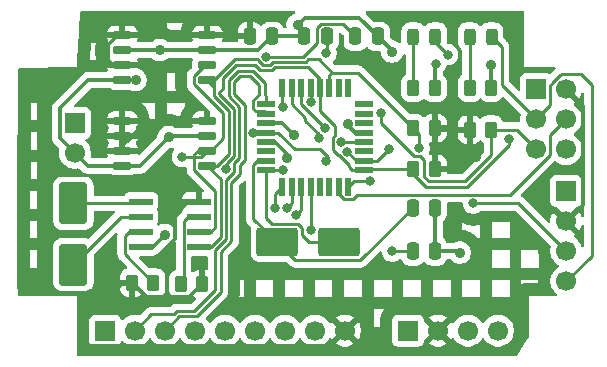
<source format=gbr>
%TF.GenerationSoftware,KiCad,Pcbnew,9.0.5*%
%TF.CreationDate,2025-10-30T10:34:48+09:00*%
%TF.ProjectId,MCU_Datalogger,4d43555f-4461-4746-916c-6f676765722e,1*%
%TF.SameCoordinates,Original*%
%TF.FileFunction,Copper,L1,Top*%
%TF.FilePolarity,Positive*%
%FSLAX46Y46*%
G04 Gerber Fmt 4.6, Leading zero omitted, Abs format (unit mm)*
G04 Created by KiCad (PCBNEW 9.0.5) date 2025-10-30 10:34:48*
%MOMM*%
%LPD*%
G01*
G04 APERTURE LIST*
G04 Aperture macros list*
%AMRoundRect*
0 Rectangle with rounded corners*
0 $1 Rounding radius*
0 $2 $3 $4 $5 $6 $7 $8 $9 X,Y pos of 4 corners*
0 Add a 4 corners polygon primitive as box body*
4,1,4,$2,$3,$4,$5,$6,$7,$8,$9,$2,$3,0*
0 Add four circle primitives for the rounded corners*
1,1,$1+$1,$2,$3*
1,1,$1+$1,$4,$5*
1,1,$1+$1,$6,$7*
1,1,$1+$1,$8,$9*
0 Add four rect primitives between the rounded corners*
20,1,$1+$1,$2,$3,$4,$5,0*
20,1,$1+$1,$4,$5,$6,$7,0*
20,1,$1+$1,$6,$7,$8,$9,0*
20,1,$1+$1,$8,$9,$2,$3,0*%
G04 Aperture macros list end*
%TA.AperFunction,ComponentPad*%
%ADD10R,1.700000X1.700000*%
%TD*%
%TA.AperFunction,ComponentPad*%
%ADD11C,1.700000*%
%TD*%
%TA.AperFunction,SMDPad,CuDef*%
%ADD12RoundRect,0.073750X-0.911250X-0.221250X0.911250X-0.221250X0.911250X0.221250X-0.911250X0.221250X0*%
%TD*%
%TA.AperFunction,SMDPad,CuDef*%
%ADD13RoundRect,0.250000X-0.262500X-0.450000X0.262500X-0.450000X0.262500X0.450000X-0.262500X0.450000X0*%
%TD*%
%TA.AperFunction,SMDPad,CuDef*%
%ADD14RoundRect,0.243750X-0.243750X-0.456250X0.243750X-0.456250X0.243750X0.456250X-0.243750X0.456250X0*%
%TD*%
%TA.AperFunction,SMDPad,CuDef*%
%ADD15RoundRect,0.150000X-0.650000X-0.150000X0.650000X-0.150000X0.650000X0.150000X-0.650000X0.150000X0*%
%TD*%
%TA.AperFunction,SMDPad,CuDef*%
%ADD16RoundRect,0.250000X-0.250000X-0.475000X0.250000X-0.475000X0.250000X0.475000X-0.250000X0.475000X0*%
%TD*%
%TA.AperFunction,SMDPad,CuDef*%
%ADD17RoundRect,0.250000X0.250000X0.475000X-0.250000X0.475000X-0.250000X-0.475000X0.250000X-0.475000X0*%
%TD*%
%TA.AperFunction,SMDPad,CuDef*%
%ADD18RoundRect,0.250000X0.262500X0.450000X-0.262500X0.450000X-0.262500X-0.450000X0.262500X-0.450000X0*%
%TD*%
%TA.AperFunction,SMDPad,CuDef*%
%ADD19RoundRect,0.250001X1.499999X0.949999X-1.499999X0.949999X-1.499999X-0.949999X1.499999X-0.949999X0*%
%TD*%
%TA.AperFunction,SMDPad,CuDef*%
%ADD20RoundRect,0.250001X0.949999X-1.499999X0.949999X1.499999X-0.949999X1.499999X-0.949999X-1.499999X0*%
%TD*%
%TA.AperFunction,SMDPad,CuDef*%
%ADD21RoundRect,0.068750X-0.666250X-0.206250X0.666250X-0.206250X0.666250X0.206250X-0.666250X0.206250X0*%
%TD*%
%TA.AperFunction,SMDPad,CuDef*%
%ADD22RoundRect,0.068750X-0.206250X-0.666250X0.206250X-0.666250X0.206250X0.666250X-0.206250X0.666250X0*%
%TD*%
%TA.AperFunction,ViaPad*%
%ADD23C,0.900000*%
%TD*%
%TA.AperFunction,ViaPad*%
%ADD24C,0.800000*%
%TD*%
%TA.AperFunction,Conductor*%
%ADD25C,0.250000*%
%TD*%
%TA.AperFunction,Conductor*%
%ADD26C,0.350000*%
%TD*%
G04 APERTURE END LIST*
D10*
%TO.P,J3,1,Pin_1*%
%TO.N,GND*%
X169607000Y-86995000D03*
D11*
%TO.P,J3,2,Pin_2*%
%TO.N,/VCC*%
X172147000Y-86995000D03*
%TO.P,J3,3,Pin_3*%
%TO.N,/RX*%
X174687000Y-86995000D03*
%TO.P,J3,4,Pin_4*%
%TO.N,/TX*%
X177227000Y-86995000D03*
%TD*%
D12*
%TO.P,U2,1,X1*%
%TO.N,Net-(U2-X1)*%
X147004000Y-76073000D03*
%TO.P,U2,2,X2*%
%TO.N,Net-(U2-X2)*%
X147004000Y-77343000D03*
%TO.P,U2,3,~{INTA}*%
%TO.N,Net-(U2-~{INTA})*%
X147004000Y-78613000D03*
%TO.P,U2,4,GND*%
%TO.N,GND*%
X147004000Y-79883000D03*
%TO.P,U2,5,SDA*%
%TO.N,/SDA*%
X151954000Y-79883000D03*
%TO.P,U2,6,SCL*%
%TO.N,/SCK*%
X151954000Y-78613000D03*
%TO.P,U2,7,SQW/~INT*%
%TO.N,Net-(U2-SQW{slash}~INT)*%
X151954000Y-77343000D03*
%TO.P,U2,8,VCC*%
%TO.N,/VCC*%
X151954000Y-76073000D03*
%TD*%
D13*
%TO.P,R7,1*%
%TO.N,Net-(D2-K)*%
X170054000Y-66421000D03*
%TO.P,R7,2*%
%TO.N,GND*%
X171879000Y-66421000D03*
%TD*%
D14*
%TO.P,D2,1,K*%
%TO.N,Net-(D2-K)*%
X170049000Y-62103000D03*
%TO.P,D2,2,A*%
%TO.N,Net-(D2-A)*%
X171924000Y-62103000D03*
%TD*%
D15*
%TO.P,U1,1,A0*%
%TO.N,/VCC*%
X145424000Y-69215000D03*
%TO.P,U1,2,A1*%
X145424000Y-70485000D03*
%TO.P,U1,3,A2*%
X145424000Y-71755000D03*
%TO.P,U1,4,GND*%
%TO.N,GND*%
X145424000Y-73025000D03*
%TO.P,U1,5,SDA*%
%TO.N,/SDA*%
X152624000Y-73025000D03*
%TO.P,U1,6,SCL*%
%TO.N,/SCK*%
X152624000Y-71755000D03*
%TO.P,U1,7,WP*%
%TO.N,GND*%
X152624000Y-70485000D03*
%TO.P,U1,8,VCC*%
%TO.N,/VCC*%
X152624000Y-69215000D03*
%TD*%
D16*
%TO.P,C1,1*%
%TO.N,/VCC*%
X156211000Y-62088000D03*
%TO.P,C1,2*%
%TO.N,GND*%
X158111000Y-62088000D03*
%TD*%
D17*
%TO.P,C2,1*%
%TO.N,GND*%
X171916500Y-76581000D03*
%TO.P,C2,2*%
%TO.N,Net-(U4-PB6)*%
X170016500Y-76581000D03*
%TD*%
D10*
%TO.P,J4,1,Pin_1*%
%TO.N,/MISO*%
X180457000Y-66548000D03*
D11*
%TO.P,J4,2,Pin_2*%
%TO.N,/VCC*%
X182997000Y-66548000D03*
%TO.P,J4,3,Pin_3*%
%TO.N,/SCK*%
X180457000Y-69088000D03*
%TO.P,J4,4,Pin_4*%
%TO.N,/MOSI*%
X182997000Y-69088000D03*
%TO.P,J4,5,Pin_5*%
%TO.N,/RESET*%
X180457000Y-71628000D03*
%TO.P,J4,6,Pin_6*%
%TO.N,GND*%
X182997000Y-71628000D03*
%TD*%
D18*
%TO.P,R4,1*%
%TO.N,/VCC*%
X171879000Y-69850000D03*
%TO.P,R4,2*%
%TO.N,/SDA*%
X170054000Y-69850000D03*
%TD*%
D10*
%TO.P,BAT1,1*%
%TO.N,Net-(D2-A)*%
X141413000Y-69404000D03*
D11*
%TO.P,BAT1,2*%
%TO.N,GND*%
X141413000Y-71944000D03*
%TD*%
D19*
%TO.P,Y2,1,1*%
%TO.N,Net-(U4-PB7)*%
X163763000Y-79502000D03*
%TO.P,Y2,2,2*%
%TO.N,Net-(U4-PB6)*%
X158563000Y-79502000D03*
%TD*%
D16*
%TO.P,C3,1*%
%TO.N,GND*%
X160849000Y-62088000D03*
%TO.P,C3,2*%
%TO.N,Net-(U4-PB7)*%
X162749000Y-62088000D03*
%TD*%
D10*
%TO.P,J1,1,Pin_1*%
%TO.N,GND*%
X183007000Y-75184000D03*
D11*
%TO.P,J1,2,Pin_2*%
%TO.N,/VCC*%
X183007000Y-77724000D03*
%TO.P,J1,3,Pin_3*%
%TO.N,/SDA*%
X183007000Y-80264000D03*
%TO.P,J1,4,Pin_4*%
%TO.N,/SCK*%
X183007000Y-82804000D03*
%TD*%
D17*
%TO.P,C4,1*%
%TO.N,GND*%
X171916500Y-80264000D03*
%TO.P,C4,2*%
%TO.N,Net-(U4-AREF)*%
X170016500Y-80264000D03*
%TD*%
D16*
%TO.P,C5,1*%
%TO.N,Net-(D2-A)*%
X165167000Y-62088000D03*
%TO.P,C5,2*%
%TO.N,GND*%
X167067000Y-62088000D03*
%TD*%
D15*
%TO.P,U3,1,A0*%
%TO.N,/VCC*%
X145424000Y-61976000D03*
%TO.P,U3,2,A1*%
%TO.N,GND*%
X145424000Y-63246000D03*
%TO.P,U3,3,A2*%
%TO.N,/VCC*%
X145424000Y-64516000D03*
%TO.P,U3,4,GND*%
%TO.N,GND*%
X145424000Y-65786000D03*
%TO.P,U3,5,SDA*%
%TO.N,/SDA*%
X152624000Y-65786000D03*
%TO.P,U3,6,SCL*%
%TO.N,/SCK*%
X152624000Y-64516000D03*
%TO.P,U3,7,WP*%
%TO.N,GND*%
X152624000Y-63246000D03*
%TO.P,U3,8,VCC*%
%TO.N,/VCC*%
X152624000Y-61976000D03*
%TD*%
D10*
%TO.P,J2,1,Pin_1*%
%TO.N,/D2*%
X143953000Y-86995000D03*
D11*
%TO.P,J2,2,Pin_2*%
%TO.N,/D3*%
X146493000Y-86995000D03*
%TO.P,J2,3,Pin_3*%
%TO.N,/D4*%
X149033000Y-86995000D03*
%TO.P,J2,4,Pin_4*%
%TO.N,/D5*%
X151573000Y-86995000D03*
%TO.P,J2,5,Pin_5*%
%TO.N,/D6*%
X154113000Y-86995000D03*
%TO.P,J2,6,Pin_6*%
%TO.N,/D7*%
X156653000Y-86995000D03*
%TO.P,J2,7,Pin_7*%
%TO.N,/D8*%
X159193000Y-86995000D03*
%TO.P,J2,8,Pin_8*%
%TO.N,GND*%
X161733000Y-86995000D03*
%TO.P,J2,9,Pin_9*%
%TO.N,/VCC*%
X164273000Y-86995000D03*
%TD*%
D14*
%TO.P,D1,1,K*%
%TO.N,Net-(D1-K)*%
X174827000Y-62103000D03*
%TO.P,D1,2,A*%
%TO.N,/SCK*%
X176702000Y-62103000D03*
%TD*%
D20*
%TO.P,Y1,1,1*%
%TO.N,Net-(U2-X2)*%
X141286000Y-81407000D03*
%TO.P,Y1,2,2*%
%TO.N,Net-(U2-X1)*%
X141286000Y-76207000D03*
%TD*%
D13*
%TO.P,R6,1*%
%TO.N,/VCC*%
X174832000Y-69977000D03*
%TO.P,R6,2*%
%TO.N,/RESET*%
X176657000Y-69977000D03*
%TD*%
%TO.P,R1,1*%
%TO.N,/VCC*%
X146239000Y-82931000D03*
%TO.P,R1,2*%
%TO.N,Net-(U2-~{INTA})*%
X148064000Y-82931000D03*
%TD*%
D18*
%TO.P,R2,1*%
%TO.N,/VCC*%
X152208000Y-83058000D03*
%TO.P,R2,2*%
%TO.N,Net-(U2-SQW{slash}~INT)*%
X150383000Y-83058000D03*
%TD*%
%TO.P,R3,1*%
%TO.N,/VCC*%
X171879000Y-73279000D03*
%TO.P,R3,2*%
%TO.N,/SCK*%
X170054000Y-73279000D03*
%TD*%
%TO.P,R5,1*%
%TO.N,GND*%
X176657000Y-66421000D03*
%TO.P,R5,2*%
%TO.N,Net-(D1-K)*%
X174832000Y-66421000D03*
%TD*%
D21*
%TO.P,U4,1,PD3*%
%TO.N,/D3*%
X157589500Y-67826000D03*
%TO.P,U4,2,PD4*%
%TO.N,/D4*%
X157589500Y-68626000D03*
%TO.P,U4,3,GND*%
%TO.N,GND*%
X157589500Y-69426000D03*
%TO.P,U4,4,VCC*%
%TO.N,Net-(D2-A)*%
X157589500Y-70226000D03*
%TO.P,U4,5,GND*%
%TO.N,GND*%
X157589500Y-71026000D03*
%TO.P,U4,6,VCC*%
%TO.N,unconnected-(U4-VCC-Pad6)*%
X157589500Y-71826000D03*
%TO.P,U4,7,PB6*%
%TO.N,Net-(U4-PB6)*%
X157589500Y-72626000D03*
%TO.P,U4,8,PB7*%
%TO.N,Net-(U4-PB7)*%
X157589500Y-73426000D03*
D22*
%TO.P,U4,9,PD5*%
%TO.N,/D5*%
X158959500Y-74796000D03*
%TO.P,U4,10,PD6*%
%TO.N,/D6*%
X159759500Y-74796000D03*
%TO.P,U4,11,PD7*%
%TO.N,/D7*%
X160559500Y-74796000D03*
%TO.P,U4,12,PB0*%
%TO.N,/D8*%
X161359500Y-74796000D03*
%TO.P,U4,13,PB1*%
%TO.N,unconnected-(U4-PB1-Pad13)*%
X162159500Y-74796000D03*
%TO.P,U4,14,PB2*%
%TO.N,unconnected-(U4-PB2-Pad14)*%
X162959500Y-74796000D03*
%TO.P,U4,15,PB3*%
%TO.N,/MOSI*%
X163759500Y-74796000D03*
%TO.P,U4,16,PB4*%
%TO.N,/MISO*%
X164559500Y-74796000D03*
D21*
%TO.P,U4,17,PB5*%
%TO.N,/SCK*%
X165929500Y-73426000D03*
%TO.P,U4,18,AVCC*%
%TO.N,Net-(D2-A)*%
X165929500Y-72626000D03*
%TO.P,U4,19,ADC6*%
%TO.N,unconnected-(U4-ADC6-Pad19)*%
X165929500Y-71826000D03*
%TO.P,U4,20,AREF*%
%TO.N,Net-(U4-AREF)*%
X165929500Y-71026000D03*
%TO.P,U4,21,GND*%
%TO.N,GND*%
X165929500Y-70226000D03*
%TO.P,U4,22,ADC7*%
%TO.N,unconnected-(U4-ADC7-Pad22)*%
X165929500Y-69426000D03*
%TO.P,U4,23,PC0*%
%TO.N,unconnected-(U4-PC0-Pad23)*%
X165929500Y-68626000D03*
%TO.P,U4,24,PC1*%
%TO.N,unconnected-(U4-PC1-Pad24)*%
X165929500Y-67826000D03*
D22*
%TO.P,U4,25,PC2*%
%TO.N,unconnected-(U4-PC2-Pad25)*%
X164559500Y-66456000D03*
%TO.P,U4,26,PC3*%
%TO.N,unconnected-(U4-PC3-Pad26)*%
X163759500Y-66456000D03*
%TO.P,U4,27,PC4*%
%TO.N,/SDA*%
X162959500Y-66456000D03*
%TO.P,U4,28,PC5*%
%TO.N,/SCK*%
X162159500Y-66456000D03*
%TO.P,U4,29,PC6/~{RESET}*%
%TO.N,/RESET*%
X161359500Y-66456000D03*
%TO.P,U4,30,PD0*%
%TO.N,/RX*%
X160559500Y-66456000D03*
%TO.P,U4,31,PD1*%
%TO.N,/TX*%
X159759500Y-66456000D03*
%TO.P,U4,32,PD2*%
%TO.N,/D2*%
X158959500Y-66456000D03*
%TD*%
D23*
%TO.N,GND*%
X164494500Y-69476709D03*
D24*
%TO.N,Net-(D2-A)*%
X172974000Y-63627000D03*
X164488499Y-71840062D03*
X156518143Y-70226001D03*
X162673414Y-72639718D03*
X168021000Y-71628000D03*
X157607000Y-63791000D03*
D23*
%TO.N,GND*%
X176657000Y-64516000D03*
X160274000Y-61087000D03*
X159390237Y-72376036D03*
X173990000Y-80391000D03*
X159968364Y-70409636D03*
X148590000Y-63246000D03*
X168275000Y-63373000D03*
D24*
X171958000Y-64389000D03*
D23*
X149352000Y-70612000D03*
X149018281Y-78914281D03*
X146558000Y-65786000D03*
%TO.N,/VCC*%
X175387000Y-72263000D03*
D24*
%TO.N,Net-(U4-PB7)*%
X159004000Y-73406000D03*
X162687000Y-63500000D03*
%TO.N,Net-(U4-AREF)*%
X168275000Y-80264000D03*
X163957000Y-70993000D03*
%TO.N,/SCK*%
X154186652Y-73287652D03*
X150495000Y-72263000D03*
X178181000Y-70739000D03*
%TO.N,/SDA*%
X170561000Y-71501000D03*
X175133000Y-76205000D03*
%TO.N,/D7*%
X160148503Y-77226809D03*
%TO.N,/D2*%
X159004000Y-68072000D03*
%TO.N,/D6*%
X159385000Y-76581000D03*
%TO.N,/D8*%
X161363999Y-78442304D03*
%TO.N,/D5*%
X158314500Y-76581000D03*
%TO.N,/TX*%
X162086993Y-70704940D03*
%TO.N,/RX*%
X162553553Y-69820447D03*
%TO.N,/MISO*%
X166370000Y-74301000D03*
%TO.N,/RESET*%
X167296000Y-68580000D03*
X161434501Y-67676090D03*
%TD*%
D25*
%TO.N,Net-(D2-A)*%
X162873554Y-72322554D02*
X162179000Y-71628000D01*
X171924000Y-62103000D02*
X171924000Y-62577000D01*
X168021000Y-71628000D02*
X167023000Y-72626000D01*
X156530413Y-70238271D02*
X157577229Y-70238271D01*
X164488499Y-71840062D02*
X165292437Y-72644000D01*
X161923000Y-61367486D02*
X161923000Y-62631226D01*
X162673414Y-72639718D02*
X162873554Y-72439578D01*
X161923000Y-62631226D02*
X160763226Y-63791000D01*
X167023000Y-72626000D02*
X165929500Y-72626000D01*
X165292437Y-72644000D02*
X165911500Y-72644000D01*
X156518143Y-70226001D02*
X156530413Y-70238271D01*
X171924000Y-62577000D02*
X172974000Y-63627000D01*
X160020000Y-71628000D02*
X158618000Y-70226000D01*
X165167000Y-62088000D02*
X164116000Y-61037000D01*
X165911500Y-72644000D02*
X165929500Y-72626000D01*
X162179000Y-71628000D02*
X160020000Y-71628000D01*
X162873554Y-72439578D02*
X162873554Y-72322554D01*
X160763226Y-63791000D02*
X157607000Y-63791000D01*
X158618000Y-70226000D02*
X157589500Y-70226000D01*
X162669132Y-72644000D02*
X162560000Y-72644000D01*
X162253486Y-61037000D02*
X161923000Y-61367486D01*
X162673414Y-72639718D02*
X162669132Y-72644000D01*
X164116000Y-61037000D02*
X162253486Y-61037000D01*
D26*
%TO.N,GND*%
X142494000Y-73025000D02*
X145424000Y-73025000D01*
X160274000Y-61087000D02*
X160875000Y-60486000D01*
X160875000Y-60486000D02*
X165465000Y-60486000D01*
X159390237Y-72052649D02*
X159390237Y-72376036D01*
X171879000Y-64437000D02*
X171831000Y-64389000D01*
X167067000Y-62088000D02*
X168275000Y-63296000D01*
X160849000Y-62088000D02*
X160849000Y-61662000D01*
X173863000Y-80264000D02*
X173990000Y-80391000D01*
X165465000Y-60486000D02*
X167067000Y-62088000D01*
X145424000Y-63246000D02*
X148590000Y-63246000D01*
X176657000Y-66421000D02*
X176657000Y-64516000D01*
X142494000Y-65786000D02*
X145424000Y-65786000D01*
X147004000Y-79883000D02*
X148049562Y-79883000D01*
X158111000Y-62088000D02*
X160849000Y-62088000D01*
X141413000Y-71944000D02*
X140137000Y-70668000D01*
X156953000Y-63246000D02*
X152624000Y-63246000D01*
X148590000Y-63246000D02*
X149225000Y-63246000D01*
X157589500Y-69426000D02*
X158984728Y-69426000D01*
X141413000Y-71944000D02*
X142494000Y-73025000D01*
X140137000Y-68143000D02*
X142494000Y-65786000D01*
X171879000Y-66421000D02*
X171879000Y-64468000D01*
X145424000Y-65786000D02*
X146558000Y-65786000D01*
X158111000Y-62088000D02*
X156953000Y-63246000D01*
X149479000Y-70485000D02*
X149352000Y-70612000D01*
X168275000Y-63296000D02*
X168275000Y-63373000D01*
X158363588Y-71026000D02*
X159390237Y-72052649D01*
X149225000Y-63246000D02*
X152624000Y-63246000D01*
X148049562Y-79883000D02*
X149018281Y-78914281D01*
X146939000Y-73025000D02*
X149352000Y-70612000D01*
X158984728Y-69426000D02*
X159968364Y-70409636D01*
X152624000Y-70485000D02*
X149479000Y-70485000D01*
X171879000Y-64468000D02*
X171958000Y-64389000D01*
X171916500Y-80264000D02*
X173863000Y-80264000D01*
X157589500Y-71026000D02*
X158363588Y-71026000D01*
X160849000Y-61662000D02*
X160274000Y-61087000D01*
X171916500Y-76581000D02*
X171916500Y-80264000D01*
X140137000Y-70668000D02*
X140137000Y-68143000D01*
X145424000Y-73025000D02*
X146939000Y-73025000D01*
X171831000Y-64389000D02*
X171958000Y-64389000D01*
%TO.N,/VCC*%
X144198000Y-62853256D02*
X144198000Y-64089999D01*
X171879000Y-69850000D02*
X171879000Y-71374000D01*
X145465000Y-82931000D02*
X146239000Y-82931000D01*
X144198000Y-64089999D02*
X144624001Y-64516000D01*
X184404000Y-76327000D02*
X184404000Y-67955000D01*
X184404000Y-67955000D02*
X182997000Y-66548000D01*
X183007000Y-77724000D02*
X184404000Y-76327000D01*
X164273000Y-86995000D02*
X162997000Y-88271000D01*
X171879000Y-71501000D02*
X174625000Y-71501000D01*
X172006000Y-69977000D02*
X171879000Y-69850000D01*
X142677000Y-88271000D02*
X141986000Y-87580000D01*
X145424000Y-69215000D02*
X145424000Y-70485000D01*
X174832000Y-69977000D02*
X172006000Y-69977000D01*
X147583000Y-69215000D02*
X152624000Y-69215000D01*
X145424000Y-61976000D02*
X145075256Y-61976000D01*
X152624000Y-61976000D02*
X156099000Y-61976000D01*
X141986000Y-87580000D02*
X141986000Y-86410000D01*
X144624001Y-64516000D02*
X145424000Y-64516000D01*
X145424000Y-70485000D02*
X145424000Y-71374000D01*
X156099000Y-61976000D02*
X156211000Y-62088000D01*
X145075256Y-61976000D02*
X144198000Y-62853256D01*
X171879000Y-71374000D02*
X171879000Y-71501000D01*
X145424000Y-71374000D02*
X147583000Y-69215000D01*
X141986000Y-86410000D02*
X145465000Y-82931000D01*
X162997000Y-88271000D02*
X142677000Y-88271000D01*
X174625000Y-71501000D02*
X175387000Y-72263000D01*
X145424000Y-71374000D02*
X145424000Y-71755000D01*
X171879000Y-71501000D02*
X171879000Y-73279000D01*
D25*
%TO.N,Net-(U4-PB6)*%
X158563000Y-79502000D02*
X160089000Y-81028000D01*
X158496000Y-79502000D02*
X156528500Y-77534500D01*
X156528500Y-72952000D02*
X156854500Y-72626000D01*
X158563000Y-79502000D02*
X158496000Y-79502000D01*
X165569500Y-81028000D02*
X170016500Y-76581000D01*
X160089000Y-81028000D02*
X165569500Y-81028000D01*
X156528500Y-77534500D02*
X156528500Y-72952000D01*
X156854500Y-72626000D02*
X157589500Y-72626000D01*
%TO.N,Net-(U4-PB7)*%
X157589500Y-77452500D02*
X157589500Y-73426000D01*
X160639000Y-78306486D02*
X160308514Y-77976000D01*
X161207001Y-79502000D02*
X160639000Y-78933999D01*
X159004000Y-73406000D02*
X157609500Y-73406000D01*
X162687000Y-63500000D02*
X162749000Y-63438000D01*
X162749000Y-63438000D02*
X162749000Y-62088000D01*
X160639000Y-78933999D02*
X160639000Y-78306486D01*
X160308514Y-77976000D02*
X158113000Y-77976000D01*
X163763000Y-79502000D02*
X161207001Y-79502000D01*
X158113000Y-77976000D02*
X157589500Y-77452500D01*
X157609500Y-73406000D02*
X157589500Y-73426000D01*
%TO.N,Net-(U4-AREF)*%
X170016500Y-80264000D02*
X168275000Y-80264000D01*
X163957000Y-70993000D02*
X165896500Y-70993000D01*
X165896500Y-70993000D02*
X165929500Y-71026000D01*
%TO.N,/SCK*%
X163449000Y-70474280D02*
X163449000Y-69689174D01*
X163231000Y-70692280D02*
X163449000Y-70474280D01*
X158094530Y-64968000D02*
X157119470Y-64968000D01*
X153971095Y-68610417D02*
X151498000Y-66137322D01*
X153981000Y-66491000D02*
X153613000Y-66859000D01*
X150495000Y-72263000D02*
X152116000Y-72263000D01*
X153981000Y-65604810D02*
X153981000Y-66491000D01*
X163231000Y-71719000D02*
X163231000Y-70692280D01*
X156667470Y-64516000D02*
X155069810Y-64516000D01*
X152416678Y-64516000D02*
X152624000Y-64516000D01*
X155069810Y-64516000D02*
X153981000Y-65604810D01*
X158369530Y-64693000D02*
X158094530Y-64968000D01*
X184233000Y-65278000D02*
X182582000Y-65278000D01*
X181771000Y-66089000D02*
X181633000Y-66227000D01*
X176702000Y-62103000D02*
X176657000Y-62103000D01*
X163231000Y-71719000D02*
X163652782Y-72140782D01*
X163449000Y-69689174D02*
X162159500Y-68399674D01*
X152939000Y-78613000D02*
X153315000Y-78237000D01*
X171163464Y-74806000D02*
X174649951Y-74806000D01*
X151498000Y-65434678D02*
X152416678Y-64516000D01*
X163652782Y-72140782D02*
X163762499Y-72140782D01*
X165929500Y-73426000D02*
X164866000Y-73426000D01*
X164866000Y-73426000D02*
X164592000Y-73152000D01*
X151954000Y-78613000D02*
X152939000Y-78613000D01*
X170054000Y-73279000D02*
X166076500Y-73279000D01*
X152902034Y-71755000D02*
X153971095Y-70685939D01*
X164592000Y-72970283D02*
X163762499Y-72140782D01*
X154305000Y-72781809D02*
X154305000Y-73169304D01*
X177545500Y-66176500D02*
X180457000Y-69088000D01*
X181633000Y-67912000D02*
X180457000Y-69088000D01*
X181633000Y-66227000D02*
X181633000Y-67912000D01*
X153971095Y-70685939D02*
X153971095Y-68610417D01*
X177545500Y-62946500D02*
X177545500Y-66176500D01*
X176702000Y-62103000D02*
X177545500Y-62946500D01*
X154873095Y-72213714D02*
X154305000Y-72781809D01*
X162159500Y-66456000D02*
X162159500Y-65721000D01*
X162159500Y-65721000D02*
X161131500Y-64693000D01*
X161131500Y-64693000D02*
X158369530Y-64693000D01*
X151498000Y-66137322D02*
X151498000Y-65434678D01*
X183007000Y-82804000D02*
X185166000Y-80645000D01*
X151824001Y-71755000D02*
X152624000Y-71755000D01*
X164592000Y-73152000D02*
X164592000Y-72970283D01*
X170054000Y-73696536D02*
X171163464Y-74806000D01*
X153613000Y-66976702D02*
X154873095Y-68236797D01*
X151498000Y-73376322D02*
X151498000Y-72081001D01*
X154305000Y-73169304D02*
X154186652Y-73287652D01*
X151498000Y-72081001D02*
X151824001Y-71755000D01*
X166076500Y-73279000D02*
X165929500Y-73426000D01*
X152116000Y-72263000D02*
X152624000Y-71755000D01*
X181771000Y-66040174D02*
X181771000Y-66089000D01*
X154873095Y-68236797D02*
X154873095Y-72213714D01*
X162159500Y-68399674D02*
X162159500Y-66456000D01*
X178181000Y-71274951D02*
X178181000Y-70739000D01*
X157119470Y-64968000D02*
X156667470Y-64516000D01*
X182582000Y-65278000D02*
X182538000Y-65322000D01*
X153315000Y-78237000D02*
X153315000Y-75193322D01*
X170054000Y-73279000D02*
X170054000Y-73696536D01*
X152624000Y-71755000D02*
X152902034Y-71755000D01*
X182538000Y-65322000D02*
X182489174Y-65322000D01*
X182489174Y-65322000D02*
X181771000Y-66040174D01*
X153613000Y-66859000D02*
X153613000Y-66976702D01*
X185166000Y-66211000D02*
X184233000Y-65278000D01*
X153315000Y-75193322D02*
X151498000Y-73376322D01*
X185166000Y-80645000D02*
X185166000Y-66211000D01*
%TO.N,Net-(D1-K)*%
X174827000Y-62103000D02*
X174827000Y-66416000D01*
X174827000Y-62103000D02*
X174879000Y-62103000D01*
X174827000Y-66416000D02*
X174832000Y-66421000D01*
%TO.N,Net-(D2-K)*%
X170053000Y-61976000D02*
X170054000Y-61977000D01*
X170049000Y-61980000D02*
X170053000Y-61976000D01*
X170049000Y-62103000D02*
X170049000Y-61980000D01*
X170054000Y-61977000D02*
X170054000Y-66421000D01*
%TO.N,/SDA*%
X153210500Y-65737500D02*
X154940000Y-64008000D01*
X153423999Y-73025000D02*
X154422095Y-72026904D01*
X157306280Y-64517000D02*
X157907720Y-64517000D01*
X153210500Y-66372500D02*
X152624000Y-65786000D01*
X163195000Y-65151000D02*
X162959500Y-65386500D01*
X152624000Y-73025000D02*
X153423999Y-73025000D01*
X154940000Y-64008000D02*
X156881000Y-64008000D01*
X153766000Y-79056000D02*
X153766000Y-74167000D01*
X153210500Y-66372500D02*
X153210500Y-65737500D01*
X153162000Y-66421000D02*
X153210500Y-66372500D01*
X153766000Y-74167000D02*
X152624000Y-73025000D01*
X154422095Y-68423607D02*
X153162000Y-67163512D01*
X170561000Y-70357000D02*
X170054000Y-69850000D01*
X162052000Y-64008000D02*
X163195000Y-65151000D01*
X183007000Y-80264000D02*
X178948000Y-76205000D01*
X160950036Y-64242000D02*
X161184036Y-64008000D01*
X178948000Y-76205000D02*
X175133000Y-76205000D01*
X170054000Y-69850000D02*
X165355000Y-65151000D01*
X170561000Y-71501000D02*
X170561000Y-70357000D01*
X158182720Y-64242000D02*
X160950036Y-64242000D01*
X152939000Y-79883000D02*
X153766000Y-79056000D01*
X161184036Y-64008000D02*
X162052000Y-64008000D01*
X165355000Y-65151000D02*
X163195000Y-65151000D01*
X153162000Y-67163512D02*
X153162000Y-66421000D01*
X151954000Y-79883000D02*
X152939000Y-79883000D01*
X156881000Y-64008000D02*
X156881000Y-64091720D01*
X154422095Y-72026904D02*
X154422095Y-68423607D01*
X162959500Y-65386500D02*
X162959500Y-66456000D01*
X157907720Y-64517000D02*
X158182720Y-64242000D01*
X156881000Y-64091720D02*
X157306280Y-64517000D01*
%TO.N,/D4*%
X155363652Y-73775182D02*
X154668000Y-74470834D01*
X154668000Y-74470834D02*
X154668000Y-79429620D01*
X154883000Y-66971082D02*
X155775095Y-67863177D01*
X157589500Y-68626000D02*
X157390500Y-68427000D01*
X150243000Y-85785000D02*
X149033000Y-86995000D01*
X156972000Y-67010834D02*
X156972000Y-66169810D01*
X156972000Y-66169810D02*
X156277190Y-65475000D01*
X154883000Y-65978430D02*
X154883000Y-66971082D01*
X154668000Y-79429620D02*
X153740000Y-80357620D01*
X157390500Y-68427000D02*
X156757834Y-68427000D01*
X153740000Y-80357620D02*
X153740000Y-83768536D01*
X155775095Y-72587334D02*
X155363652Y-72998777D01*
X156528500Y-68197666D02*
X156528500Y-67454334D01*
X155775095Y-67863177D02*
X155775095Y-72587334D01*
X156757834Y-68427000D02*
X156528500Y-68197666D01*
X155363652Y-72998777D02*
X155363652Y-73775182D01*
X155386430Y-65475000D02*
X154883000Y-65978430D01*
X156528500Y-67454334D02*
X156972000Y-67010834D01*
X151723536Y-85785000D02*
X150243000Y-85785000D01*
X156277190Y-65475000D02*
X155386430Y-65475000D01*
X153740000Y-83768536D02*
X151723536Y-85785000D01*
%TO.N,/D7*%
X160559500Y-76815812D02*
X160559500Y-74796000D01*
X160148503Y-77226809D02*
X160559500Y-76815812D01*
%TO.N,/D2*%
X158959500Y-68027500D02*
X158959500Y-66456000D01*
X159004000Y-68072000D02*
X158959500Y-68027500D01*
%TO.N,/D6*%
X159385000Y-76581000D02*
X159759500Y-76206500D01*
X159759500Y-76206500D02*
X159759500Y-74796000D01*
%TO.N,/D8*%
X161363999Y-77797999D02*
X161359500Y-77793500D01*
X161363999Y-78442304D02*
X161363999Y-77797999D01*
X161359500Y-77793500D02*
X161359500Y-74796000D01*
%TO.N,/D5*%
X158314500Y-75441000D02*
X158959500Y-74796000D01*
X158314500Y-76581000D02*
X158314500Y-75441000D01*
%TO.N,/D3*%
X151536726Y-85334000D02*
X153289000Y-83581726D01*
X154432000Y-65791620D02*
X155199620Y-65024000D01*
X155199620Y-65024000D02*
X156464000Y-65024000D01*
X156464000Y-65024000D02*
X157480000Y-66040000D01*
X147890000Y-85598000D02*
X149792190Y-85598000D01*
X154912652Y-73588372D02*
X154912652Y-72811967D01*
X157589500Y-67165500D02*
X157589500Y-67826000D01*
X154912652Y-72811967D02*
X155324095Y-72400524D01*
X157480000Y-67056000D02*
X157589500Y-67165500D01*
X155324095Y-68049987D02*
X154432000Y-67157892D01*
X154432000Y-67157892D02*
X154432000Y-65791620D01*
X146493000Y-86995000D02*
X147890000Y-85598000D01*
X150056190Y-85334000D02*
X151536726Y-85334000D01*
X154217000Y-79242810D02*
X154217000Y-74284024D01*
X155324095Y-72400524D02*
X155324095Y-68049987D01*
X153289000Y-80170810D02*
X154217000Y-79242810D01*
X157480000Y-66040000D02*
X157480000Y-67056000D01*
X153289000Y-83581726D02*
X153289000Y-80170810D01*
X154217000Y-74284024D02*
X154912652Y-73588372D01*
X149792190Y-85598000D02*
X150056190Y-85334000D01*
%TO.N,/TX*%
X160922800Y-69215000D02*
X160922800Y-68974800D01*
X159759500Y-67811500D02*
X159759500Y-66456000D01*
X162086993Y-70379193D02*
X160922800Y-69215000D01*
X162086993Y-70704940D02*
X162086993Y-70379193D01*
X160922800Y-68974800D02*
X159759500Y-67811500D01*
%TO.N,/RX*%
X160528000Y-67794894D02*
X160528000Y-66487500D01*
X160528000Y-66487500D02*
X160559500Y-66456000D01*
X162553553Y-69820447D02*
X160528000Y-67794894D01*
%TO.N,/MISO*%
X166370000Y-74301000D02*
X165054500Y-74301000D01*
X165054500Y-74301000D02*
X164559500Y-74796000D01*
%TO.N,/MOSI*%
X181633000Y-72115116D02*
X178268116Y-75480000D01*
X178268116Y-75480000D02*
X165308166Y-75480000D01*
X163759500Y-75428666D02*
X163759500Y-74796000D01*
X165308166Y-75480000D02*
X164931166Y-75857000D01*
X181633000Y-70462000D02*
X181633000Y-72115116D01*
X164931166Y-75857000D02*
X164187834Y-75857000D01*
X183007000Y-69088000D02*
X181633000Y-70462000D01*
X164187834Y-75857000D02*
X163759500Y-75428666D01*
X182997000Y-69088000D02*
X183007000Y-69088000D01*
%TO.N,/RESET*%
X178806000Y-69977000D02*
X180457000Y-71628000D01*
X167296000Y-69379000D02*
X170144000Y-72227000D01*
X170990500Y-73995226D02*
X171350274Y-74355000D01*
X171350274Y-74355000D02*
X174463141Y-74355000D01*
X161434501Y-67676090D02*
X161359500Y-67601089D01*
X170990500Y-72562774D02*
X170990500Y-73995226D01*
X161359500Y-67601089D02*
X161359500Y-66456000D01*
X170654726Y-72227000D02*
X170990500Y-72562774D01*
X170144000Y-72227000D02*
X170654726Y-72227000D01*
X176657000Y-69977000D02*
X178806000Y-69977000D01*
X167296000Y-68580000D02*
X167296000Y-69379000D01*
X176657000Y-72161141D02*
X176657000Y-69977000D01*
X174463141Y-74355000D02*
X176657000Y-72161141D01*
%TO.N,Net-(U2-~{INTA})*%
X146019000Y-78613000D02*
X147004000Y-78613000D01*
X145643000Y-78989000D02*
X146019000Y-78613000D01*
X148064000Y-82931000D02*
X145643000Y-80510000D01*
X145643000Y-80510000D02*
X145643000Y-78989000D01*
%TO.N,Net-(U2-SQW{slash}~INT)*%
X150622000Y-77690000D02*
X150969000Y-77343000D01*
X150622000Y-83058000D02*
X150622000Y-77690000D01*
X150969000Y-77343000D02*
X151954000Y-77343000D01*
X150383000Y-83058000D02*
X150622000Y-83058000D01*
%TO.N,Net-(U2-X1)*%
X141286000Y-76207000D02*
X146870000Y-76207000D01*
X146870000Y-76207000D02*
X147004000Y-76073000D01*
%TO.N,Net-(U2-X2)*%
X141286000Y-81407000D02*
X145350000Y-77343000D01*
X145350000Y-77343000D02*
X147004000Y-77343000D01*
D26*
%TO.N,/VCC*%
X147492000Y-84184000D02*
X149225000Y-84184000D01*
X146239000Y-82931000D02*
X147492000Y-84184000D01*
X151082000Y-84184000D02*
X152208000Y-83058000D01*
X149225000Y-84184000D02*
X151082000Y-84184000D01*
D25*
%TO.N,/SCK*%
X174649951Y-74806000D02*
X178181000Y-71274951D01*
D26*
%TO.N,GND*%
X165929500Y-70226000D02*
X165155412Y-70226000D01*
X165155412Y-70226000D02*
X164494500Y-69565088D01*
X164494500Y-69565088D02*
X164494500Y-69476709D01*
%TO.N,/VCC*%
X149225000Y-79945000D02*
X149225000Y-84184000D01*
X151954000Y-76073000D02*
X150969000Y-76073000D01*
X150969000Y-76073000D02*
X149894281Y-77147719D01*
X149894281Y-77147719D02*
X149894281Y-79275719D01*
X149894281Y-79275719D02*
X149225000Y-79945000D01*
%TD*%
%TA.AperFunction,Conductor*%
%TO.N,/VCC*%
G36*
X160011425Y-59956185D02*
G01*
X160057180Y-60008989D01*
X160067124Y-60078147D01*
X160038099Y-60141703D01*
X159991839Y-60175061D01*
X159823771Y-60244676D01*
X159823762Y-60244681D01*
X159668092Y-60348697D01*
X159668088Y-60348700D01*
X159535700Y-60481088D01*
X159535697Y-60481092D01*
X159431681Y-60636762D01*
X159431676Y-60636771D01*
X159360027Y-60809748D01*
X159360025Y-60809756D01*
X159323500Y-60993379D01*
X159323500Y-61180620D01*
X159340147Y-61264309D01*
X159333920Y-61333900D01*
X159291057Y-61389078D01*
X159225167Y-61412322D01*
X159218530Y-61412500D01*
X159174733Y-61412500D01*
X159107694Y-61392815D01*
X159061939Y-61340011D01*
X159057028Y-61327506D01*
X159050668Y-61308314D01*
X159045814Y-61293666D01*
X158953712Y-61144344D01*
X158829656Y-61020288D01*
X158680334Y-60928186D01*
X158513797Y-60873001D01*
X158513795Y-60873000D01*
X158411010Y-60862500D01*
X157810998Y-60862500D01*
X157810980Y-60862501D01*
X157708203Y-60873000D01*
X157708200Y-60873001D01*
X157541668Y-60928185D01*
X157541663Y-60928187D01*
X157392342Y-61020289D01*
X157268288Y-61144343D01*
X157268283Y-61144349D01*
X157266241Y-61147661D01*
X157264247Y-61149453D01*
X157263807Y-61150011D01*
X157263711Y-61149935D01*
X157214291Y-61194383D01*
X157145328Y-61205602D01*
X157081247Y-61177755D01*
X157055168Y-61147656D01*
X157053319Y-61144659D01*
X157053316Y-61144655D01*
X156929345Y-61020684D01*
X156780124Y-60928643D01*
X156780119Y-60928641D01*
X156613697Y-60873494D01*
X156613690Y-60873493D01*
X156510986Y-60863000D01*
X156461000Y-60863000D01*
X156461000Y-61964000D01*
X156441315Y-62031039D01*
X156388511Y-62076794D01*
X156337000Y-62088000D01*
X156211000Y-62088000D01*
X156211000Y-62214000D01*
X156191315Y-62281039D01*
X156138511Y-62326794D01*
X156087000Y-62338000D01*
X155211001Y-62338000D01*
X155211001Y-62446500D01*
X155191316Y-62513539D01*
X155138512Y-62559294D01*
X155087001Y-62570500D01*
X153983681Y-62570500D01*
X153916642Y-62550815D01*
X153870887Y-62498011D01*
X153860943Y-62428853D01*
X153873272Y-62393824D01*
X153872185Y-62393354D01*
X153875280Y-62386200D01*
X153921100Y-62228486D01*
X153921295Y-62226001D01*
X153921295Y-62226000D01*
X151326705Y-62226000D01*
X151326704Y-62226001D01*
X151326899Y-62228486D01*
X151372719Y-62386200D01*
X151375815Y-62393354D01*
X151373802Y-62394224D01*
X151388233Y-62451105D01*
X151366073Y-62517367D01*
X151311606Y-62561129D01*
X151264319Y-62570500D01*
X149310073Y-62570500D01*
X149243034Y-62550815D01*
X149222392Y-62534181D01*
X149195911Y-62507700D01*
X149195907Y-62507697D01*
X149040237Y-62403681D01*
X149040228Y-62403676D01*
X148867251Y-62332027D01*
X148867243Y-62332025D01*
X148683620Y-62295500D01*
X148683616Y-62295500D01*
X148496384Y-62295500D01*
X148496379Y-62295500D01*
X148312756Y-62332025D01*
X148312748Y-62332027D01*
X148139771Y-62403676D01*
X148139762Y-62403681D01*
X147984092Y-62507697D01*
X147984088Y-62507700D01*
X147957608Y-62534181D01*
X147896285Y-62567666D01*
X147869927Y-62570500D01*
X146783681Y-62570500D01*
X146716642Y-62550815D01*
X146670887Y-62498011D01*
X146660943Y-62428853D01*
X146673272Y-62393824D01*
X146672185Y-62393354D01*
X146675280Y-62386200D01*
X146721100Y-62228486D01*
X146721295Y-62226001D01*
X146721295Y-62226000D01*
X144126705Y-62226000D01*
X144126704Y-62226001D01*
X144126899Y-62228486D01*
X144172718Y-62386198D01*
X144256314Y-62527552D01*
X144261100Y-62533722D01*
X144258640Y-62535629D01*
X144285210Y-62584288D01*
X144280226Y-62653980D01*
X144259162Y-62686781D01*
X144260699Y-62687974D01*
X144255915Y-62694140D01*
X144172255Y-62835603D01*
X144172254Y-62835606D01*
X144126402Y-62993426D01*
X144126401Y-62993432D01*
X144123500Y-63030298D01*
X144123500Y-63461701D01*
X144126401Y-63498567D01*
X144126402Y-63498573D01*
X144172254Y-63656393D01*
X144172255Y-63656396D01*
X144172256Y-63656398D01*
X144199791Y-63702957D01*
X144255917Y-63797862D01*
X144260702Y-63804031D01*
X144258369Y-63805840D01*
X144285210Y-63854995D01*
X144280226Y-63924687D01*
X144259470Y-63957021D01*
X144261097Y-63958283D01*
X144256313Y-63964449D01*
X144172718Y-64105801D01*
X144126899Y-64263513D01*
X144126704Y-64265998D01*
X144126705Y-64266000D01*
X146721295Y-64266000D01*
X146721295Y-64265998D01*
X146721100Y-64263513D01*
X146675280Y-64105799D01*
X146672185Y-64098646D01*
X146674197Y-64097775D01*
X146659767Y-64040895D01*
X146681927Y-63974633D01*
X146736394Y-63930871D01*
X146783681Y-63921500D01*
X147869927Y-63921500D01*
X147936966Y-63941185D01*
X147957608Y-63957819D01*
X147984088Y-63984299D01*
X147984092Y-63984302D01*
X148139762Y-64088318D01*
X148139768Y-64088321D01*
X148139769Y-64088322D01*
X148312749Y-64159973D01*
X148496379Y-64196499D01*
X148496383Y-64196500D01*
X148496384Y-64196500D01*
X148683617Y-64196500D01*
X148683618Y-64196499D01*
X148867251Y-64159973D01*
X149040231Y-64088322D01*
X149195908Y-63984302D01*
X149205577Y-63974633D01*
X149222392Y-63957819D01*
X149283715Y-63924334D01*
X149310073Y-63921500D01*
X151263739Y-63921500D01*
X151330778Y-63941185D01*
X151376533Y-63993989D01*
X151386477Y-64063147D01*
X151374223Y-64097957D01*
X151375353Y-64098446D01*
X151372254Y-64105606D01*
X151326402Y-64263426D01*
X151326401Y-64263432D01*
X151323500Y-64300298D01*
X151323500Y-64673225D01*
X151303815Y-64740264D01*
X151287181Y-64760906D01*
X151210901Y-64837186D01*
X151099270Y-64948817D01*
X151099267Y-64948820D01*
X151062587Y-64985500D01*
X151012142Y-65035944D01*
X150985199Y-65076268D01*
X150943689Y-65138390D01*
X150943688Y-65138392D01*
X150924576Y-65184535D01*
X150924575Y-65184537D01*
X150896537Y-65252225D01*
X150896535Y-65252231D01*
X150889781Y-65286185D01*
X150889782Y-65286186D01*
X150873761Y-65366734D01*
X150873760Y-65366735D01*
X150872500Y-65373069D01*
X150872500Y-66198928D01*
X150879386Y-66233550D01*
X150879385Y-66233550D01*
X150896535Y-66319766D01*
X150896538Y-66319778D01*
X150907227Y-66345583D01*
X150943685Y-66433603D01*
X150943691Y-66433614D01*
X150973086Y-66477604D01*
X150973087Y-66477607D01*
X150973088Y-66477607D01*
X151012140Y-66536053D01*
X151012141Y-66536054D01*
X151012142Y-66536055D01*
X151099267Y-66623180D01*
X151099268Y-66623180D01*
X151106335Y-66630247D01*
X151106334Y-66630247D01*
X151106338Y-66630250D01*
X152837681Y-68361593D01*
X152871166Y-68422916D01*
X152874000Y-68449274D01*
X152874000Y-69091000D01*
X152854315Y-69158039D01*
X152801511Y-69203794D01*
X152750000Y-69215000D01*
X152624000Y-69215000D01*
X152624000Y-69341000D01*
X152604315Y-69408039D01*
X152551511Y-69453794D01*
X152500000Y-69465000D01*
X151326705Y-69465000D01*
X151326704Y-69465001D01*
X151326899Y-69467486D01*
X151372719Y-69625200D01*
X151375815Y-69632354D01*
X151373802Y-69633224D01*
X151388233Y-69690105D01*
X151366073Y-69756367D01*
X151311606Y-69800129D01*
X151264319Y-69809500D01*
X149899444Y-69809500D01*
X149832405Y-69789815D01*
X149830552Y-69788601D01*
X149802239Y-69769682D01*
X149802228Y-69769676D01*
X149629251Y-69698027D01*
X149629243Y-69698025D01*
X149445620Y-69661500D01*
X149445616Y-69661500D01*
X149258384Y-69661500D01*
X149258379Y-69661500D01*
X149074756Y-69698025D01*
X149074748Y-69698027D01*
X148901771Y-69769676D01*
X148901762Y-69769681D01*
X148746092Y-69873697D01*
X148746088Y-69873700D01*
X148613700Y-70006088D01*
X148613697Y-70006092D01*
X148509681Y-70161762D01*
X148509676Y-70161771D01*
X148438027Y-70334748D01*
X148438025Y-70334756D01*
X148401500Y-70518379D01*
X148401500Y-70555837D01*
X148381815Y-70622876D01*
X148365181Y-70643518D01*
X146934841Y-72073857D01*
X146873518Y-72107342D01*
X146803826Y-72102358D01*
X146747893Y-72060486D01*
X146731190Y-72015704D01*
X146721295Y-72005000D01*
X144126705Y-72005000D01*
X144126704Y-72005001D01*
X144126899Y-72007486D01*
X144172719Y-72165200D01*
X144175815Y-72172354D01*
X144173802Y-72173224D01*
X144188233Y-72230105D01*
X144166073Y-72296367D01*
X144111606Y-72340129D01*
X144064319Y-72349500D01*
X142861294Y-72349500D01*
X142794255Y-72329815D01*
X142748500Y-72277011D01*
X142738556Y-72207853D01*
X142738821Y-72206102D01*
X142739465Y-72202034D01*
X142763500Y-72050287D01*
X142763500Y-71837713D01*
X142730246Y-71627757D01*
X142664557Y-71425588D01*
X142568051Y-71236184D01*
X142568049Y-71236181D01*
X142568048Y-71236179D01*
X142443109Y-71064213D01*
X142329569Y-70950673D01*
X142296084Y-70889350D01*
X142301068Y-70819658D01*
X142342940Y-70763725D01*
X142373915Y-70746810D01*
X142405577Y-70735001D01*
X144126704Y-70735001D01*
X144126899Y-70737486D01*
X144172718Y-70895198D01*
X144256314Y-71036552D01*
X144261100Y-71042722D01*
X144258753Y-71044542D01*
X144285564Y-71093642D01*
X144280580Y-71163334D01*
X144259541Y-71196069D01*
X144261100Y-71197278D01*
X144256314Y-71203447D01*
X144172718Y-71344801D01*
X144126899Y-71502513D01*
X144126704Y-71504998D01*
X144126705Y-71505000D01*
X145174000Y-71505000D01*
X145674000Y-71505000D01*
X146721295Y-71505000D01*
X146721295Y-71504998D01*
X146721100Y-71502513D01*
X146675281Y-71344801D01*
X146591685Y-71203447D01*
X146586900Y-71197278D01*
X146589252Y-71195453D01*
X146562445Y-71146405D01*
X146567402Y-71076712D01*
X146588465Y-71043936D01*
X146586900Y-71042722D01*
X146591685Y-71036552D01*
X146675281Y-70895198D01*
X146721100Y-70737486D01*
X146721295Y-70735001D01*
X146721295Y-70735000D01*
X145674000Y-70735000D01*
X145674000Y-71505000D01*
X145174000Y-71505000D01*
X145174000Y-70735000D01*
X144126705Y-70735000D01*
X144126704Y-70735001D01*
X142405577Y-70735001D01*
X142505331Y-70697796D01*
X142620546Y-70611546D01*
X142706796Y-70496331D01*
X142757091Y-70361483D01*
X142763500Y-70301873D01*
X142763499Y-69465001D01*
X144126704Y-69465001D01*
X144126899Y-69467486D01*
X144172718Y-69625198D01*
X144256314Y-69766552D01*
X144261100Y-69772722D01*
X144258753Y-69774542D01*
X144285564Y-69823642D01*
X144280580Y-69893334D01*
X144259541Y-69926069D01*
X144261100Y-69927278D01*
X144256314Y-69933447D01*
X144172718Y-70074801D01*
X144126899Y-70232513D01*
X144126704Y-70234998D01*
X144126705Y-70235000D01*
X145174000Y-70235000D01*
X145674000Y-70235000D01*
X146721295Y-70235000D01*
X146721295Y-70234998D01*
X146721100Y-70232513D01*
X146675281Y-70074801D01*
X146591685Y-69933447D01*
X146586900Y-69927278D01*
X146589252Y-69925453D01*
X146562445Y-69876405D01*
X146567402Y-69806712D01*
X146588465Y-69773936D01*
X146586900Y-69772722D01*
X146591685Y-69766552D01*
X146675281Y-69625198D01*
X146721100Y-69467486D01*
X146721295Y-69465001D01*
X146721295Y-69465000D01*
X145674000Y-69465000D01*
X145674000Y-70235000D01*
X145174000Y-70235000D01*
X145174000Y-69465000D01*
X144126705Y-69465000D01*
X144126704Y-69465001D01*
X142763499Y-69465001D01*
X142763499Y-68964998D01*
X144126704Y-68964998D01*
X144126705Y-68965000D01*
X145174000Y-68965000D01*
X145674000Y-68965000D01*
X146721295Y-68965000D01*
X146721295Y-68964998D01*
X146721100Y-68962513D01*
X146675281Y-68804801D01*
X146591685Y-68663447D01*
X146591678Y-68663438D01*
X146475561Y-68547321D01*
X146475552Y-68547314D01*
X146334196Y-68463717D01*
X146334193Y-68463716D01*
X146176495Y-68417900D01*
X146176489Y-68417899D01*
X146139649Y-68415000D01*
X145674000Y-68415000D01*
X145674000Y-68965000D01*
X145174000Y-68965000D01*
X145174000Y-68415000D01*
X144708350Y-68415000D01*
X144671510Y-68417899D01*
X144671504Y-68417900D01*
X144513806Y-68463716D01*
X144513803Y-68463717D01*
X144372447Y-68547314D01*
X144372438Y-68547321D01*
X144256321Y-68663438D01*
X144256314Y-68663447D01*
X144172718Y-68804801D01*
X144126899Y-68962513D01*
X144126704Y-68964998D01*
X142763499Y-68964998D01*
X142763499Y-68506128D01*
X142757091Y-68446517D01*
X142753622Y-68437217D01*
X142706797Y-68311671D01*
X142706793Y-68311664D01*
X142620547Y-68196455D01*
X142620544Y-68196452D01*
X142505335Y-68110206D01*
X142505328Y-68110202D01*
X142370482Y-68059908D01*
X142370483Y-68059908D01*
X142310883Y-68053501D01*
X142310881Y-68053500D01*
X142310873Y-68053500D01*
X142310865Y-68053500D01*
X141481162Y-68053500D01*
X141414123Y-68033815D01*
X141368368Y-67981011D01*
X141358424Y-67911853D01*
X141387449Y-67848297D01*
X141393481Y-67841819D01*
X141547211Y-67688089D01*
X146983229Y-67688089D01*
X147010578Y-67704263D01*
X147017156Y-67708437D01*
X147056139Y-67734930D01*
X147062438Y-67739507D01*
X147112015Y-67777961D01*
X147118019Y-67782928D01*
X147153384Y-67814106D01*
X147159063Y-67819439D01*
X147319561Y-67979937D01*
X147324894Y-67985616D01*
X147356072Y-68020981D01*
X147361039Y-68026985D01*
X147399493Y-68076562D01*
X147404070Y-68082861D01*
X147430563Y-68121844D01*
X147434737Y-68128422D01*
X147550268Y-68323776D01*
X147554019Y-68330599D01*
X147575415Y-68372588D01*
X147578732Y-68379636D01*
X147603652Y-68437217D01*
X147606521Y-68444463D01*
X147622494Y-68488829D01*
X147624901Y-68496238D01*
X147686582Y-68708546D01*
X147688192Y-68714666D01*
X147696984Y-68751929D01*
X147698280Y-68758124D01*
X147707439Y-68808268D01*
X147708417Y-68814525D01*
X147713368Y-68852519D01*
X147714026Y-68858816D01*
X147732778Y-69097160D01*
X147726315Y-69147514D01*
X147712795Y-69186500D01*
X148021905Y-69186500D01*
X148057727Y-69150678D01*
X148062136Y-69146480D01*
X148089423Y-69121749D01*
X148094030Y-69117775D01*
X148131912Y-69086686D01*
X148136712Y-69082940D01*
X148166286Y-69061007D01*
X148171260Y-69057504D01*
X148220540Y-69024575D01*
X148220540Y-68964998D01*
X151326704Y-68964998D01*
X151326705Y-68965000D01*
X152374000Y-68965000D01*
X152374000Y-68415000D01*
X151908350Y-68415000D01*
X151871510Y-68417899D01*
X151871504Y-68417900D01*
X151713806Y-68463716D01*
X151713803Y-68463717D01*
X151572447Y-68547314D01*
X151572438Y-68547321D01*
X151456321Y-68663438D01*
X151456314Y-68663447D01*
X151372718Y-68804801D01*
X151326899Y-68962513D01*
X151326704Y-68964998D01*
X148220540Y-68964998D01*
X148220540Y-68664103D01*
X149218540Y-68664103D01*
X149227800Y-68663649D01*
X149233882Y-68663500D01*
X149470118Y-68663500D01*
X149476200Y-68663649D01*
X149512975Y-68665455D01*
X149519046Y-68665903D01*
X149567815Y-68670706D01*
X149573858Y-68671451D01*
X149610286Y-68676855D01*
X149616281Y-68677896D01*
X149847987Y-68723985D01*
X149853924Y-68725318D01*
X149889652Y-68734267D01*
X149895522Y-68735891D01*
X149942418Y-68750118D01*
X149948197Y-68752027D01*
X149982859Y-68764430D01*
X149988535Y-68766620D01*
X150096885Y-68811500D01*
X150340056Y-68811500D01*
X150340561Y-68808268D01*
X150349720Y-68758124D01*
X150351016Y-68751929D01*
X150359808Y-68714666D01*
X150361418Y-68708546D01*
X150423099Y-68496238D01*
X150425506Y-68488829D01*
X150441479Y-68444463D01*
X150444348Y-68437217D01*
X150469268Y-68379636D01*
X150472585Y-68372588D01*
X150493981Y-68330599D01*
X150497732Y-68323776D01*
X150613263Y-68128422D01*
X150617437Y-68121844D01*
X150643930Y-68082861D01*
X150648507Y-68076562D01*
X150686961Y-68026985D01*
X150691928Y-68020981D01*
X150720540Y-67988526D01*
X150720540Y-67684500D01*
X149218540Y-67684500D01*
X149218540Y-68664103D01*
X148220540Y-68664103D01*
X148220540Y-67684500D01*
X147001275Y-67684500D01*
X146983229Y-67688089D01*
X141547211Y-67688089D01*
X141979747Y-67255554D01*
X142737482Y-66497819D01*
X142798805Y-66464334D01*
X142825163Y-66461500D01*
X144350758Y-66461500D01*
X144413878Y-66478767D01*
X144513602Y-66537744D01*
X144536681Y-66544449D01*
X144671426Y-66583597D01*
X144671429Y-66583597D01*
X144671431Y-66583598D01*
X144708306Y-66586500D01*
X146007563Y-66586500D01*
X146074602Y-66606185D01*
X146076455Y-66607399D01*
X146107760Y-66628317D01*
X146107771Y-66628323D01*
X146118920Y-66632941D01*
X146280749Y-66699973D01*
X146464379Y-66736499D01*
X146464383Y-66736500D01*
X146464384Y-66736500D01*
X146651617Y-66736500D01*
X146651618Y-66736499D01*
X146835251Y-66699973D01*
X146867778Y-66686500D01*
X149218540Y-66686500D01*
X149968213Y-66686500D01*
X149965129Y-66679054D01*
X149962939Y-66673378D01*
X149950537Y-66638718D01*
X149948628Y-66632941D01*
X149934401Y-66586046D01*
X149932777Y-66580176D01*
X149923828Y-66544449D01*
X149922495Y-66538511D01*
X149900561Y-66428242D01*
X149900560Y-66428241D01*
X149888893Y-66369583D01*
X149887853Y-66363584D01*
X149882451Y-66327159D01*
X149881706Y-66321122D01*
X149876903Y-66272354D01*
X149876455Y-66266283D01*
X149874649Y-66229511D01*
X149874500Y-66223428D01*
X149874500Y-65348560D01*
X149874649Y-65342474D01*
X149876457Y-65305680D01*
X149876906Y-65299606D01*
X149881712Y-65250833D01*
X149882457Y-65244794D01*
X149887859Y-65208385D01*
X149888898Y-65202394D01*
X149892457Y-65184500D01*
X149218540Y-65184500D01*
X149218540Y-66686500D01*
X146867778Y-66686500D01*
X147008231Y-66628322D01*
X147163908Y-66524302D01*
X147296302Y-66391908D01*
X147400322Y-66236231D01*
X147471973Y-66063251D01*
X147508500Y-65879616D01*
X147508500Y-65692384D01*
X147471973Y-65508749D01*
X147407266Y-65352533D01*
X147400323Y-65335771D01*
X147400318Y-65335762D01*
X147296302Y-65180092D01*
X147296299Y-65180088D01*
X147163911Y-65047700D01*
X147163907Y-65047697D01*
X147008237Y-64943681D01*
X147008228Y-64943676D01*
X146835251Y-64872027D01*
X146835245Y-64872025D01*
X146822906Y-64869571D01*
X146760995Y-64837186D01*
X146726421Y-64776470D01*
X146726007Y-64771098D01*
X146721295Y-64766000D01*
X144126705Y-64766000D01*
X144126704Y-64766001D01*
X144126899Y-64768486D01*
X144172719Y-64926200D01*
X144175815Y-64933354D01*
X144173802Y-64934224D01*
X144188233Y-64991105D01*
X144166073Y-65057367D01*
X144111606Y-65101129D01*
X144064319Y-65110500D01*
X142427467Y-65110500D01*
X142296969Y-65136458D01*
X142296959Y-65136461D01*
X142174038Y-65187376D01*
X142174025Y-65187383D01*
X142073875Y-65254302D01*
X142073871Y-65254305D01*
X142063394Y-65261304D01*
X139612307Y-67712390D01*
X139612304Y-67712394D01*
X139538383Y-67823024D01*
X139538378Y-67823034D01*
X139487459Y-67945963D01*
X139487457Y-67945971D01*
X139478993Y-67988526D01*
X139464794Y-68059909D01*
X139462874Y-68069562D01*
X139461500Y-68076470D01*
X139461500Y-70734535D01*
X139487457Y-70865028D01*
X139487459Y-70865036D01*
X139538378Y-70987965D01*
X139538383Y-70987975D01*
X139612304Y-71098605D01*
X139612307Y-71098609D01*
X140057326Y-71543628D01*
X140090811Y-71604951D01*
X140092118Y-71650706D01*
X140062500Y-71837712D01*
X140062500Y-71837713D01*
X140062500Y-72050287D01*
X140066233Y-72073857D01*
X140092022Y-72236684D01*
X140095754Y-72260243D01*
X140149741Y-72426398D01*
X140161444Y-72462414D01*
X140257951Y-72651820D01*
X140382890Y-72823786D01*
X140533213Y-72974109D01*
X140705179Y-73099048D01*
X140705181Y-73099049D01*
X140705184Y-73099051D01*
X140894588Y-73195557D01*
X141096757Y-73261246D01*
X141306713Y-73294500D01*
X141306714Y-73294500D01*
X141519286Y-73294500D01*
X141519287Y-73294500D01*
X141706292Y-73264881D01*
X141775585Y-73273836D01*
X141813371Y-73299673D01*
X142063390Y-73549692D01*
X142063394Y-73549695D01*
X142174024Y-73623616D01*
X142174028Y-73623618D01*
X142174031Y-73623620D01*
X142296964Y-73674541D01*
X142390674Y-73693181D01*
X142427464Y-73700499D01*
X142427468Y-73700500D01*
X142427469Y-73700500D01*
X142560531Y-73700500D01*
X144350758Y-73700500D01*
X144413878Y-73717767D01*
X144513602Y-73776744D01*
X144555224Y-73788836D01*
X144671426Y-73822597D01*
X144671429Y-73822597D01*
X144671431Y-73822598D01*
X144708306Y-73825500D01*
X144708314Y-73825500D01*
X146139686Y-73825500D01*
X146139694Y-73825500D01*
X146176569Y-73822598D01*
X146176571Y-73822597D01*
X146176573Y-73822597D01*
X146218191Y-73810505D01*
X146334398Y-73776744D01*
X146434121Y-73717767D01*
X146497242Y-73700500D01*
X147005532Y-73700500D01*
X147005533Y-73700499D01*
X147136036Y-73674541D01*
X147258969Y-73623620D01*
X147369606Y-73549695D01*
X149320482Y-71598819D01*
X149381805Y-71565334D01*
X149408163Y-71562500D01*
X149445617Y-71562500D01*
X149445618Y-71562499D01*
X149540493Y-71543628D01*
X149629242Y-71525975D01*
X149629242Y-71525974D01*
X149629251Y-71525973D01*
X149632091Y-71524796D01*
X149633698Y-71524623D01*
X149635078Y-71524205D01*
X149635157Y-71524466D01*
X149701555Y-71517322D01*
X149764037Y-71548591D01*
X149799695Y-71608676D01*
X149797208Y-71678502D01*
X149782652Y-71708245D01*
X149696990Y-71836446D01*
X149696983Y-71836459D01*
X149629106Y-72000332D01*
X149629103Y-72000341D01*
X149594500Y-72174304D01*
X149594500Y-72351695D01*
X149629103Y-72525658D01*
X149629106Y-72525667D01*
X149696983Y-72689540D01*
X149696990Y-72689553D01*
X149795535Y-72837034D01*
X149795538Y-72837038D01*
X149920961Y-72962461D01*
X149920965Y-72962464D01*
X150068446Y-73061009D01*
X150068459Y-73061016D01*
X150160286Y-73099051D01*
X150232334Y-73128894D01*
X150232336Y-73128894D01*
X150232341Y-73128896D01*
X150406304Y-73163499D01*
X150406307Y-73163500D01*
X150406309Y-73163500D01*
X150583693Y-73163500D01*
X150670829Y-73146167D01*
X150724309Y-73135529D01*
X150793900Y-73141756D01*
X150849077Y-73184619D01*
X150872322Y-73250508D01*
X150872500Y-73257146D01*
X150872500Y-73437932D01*
X150884518Y-73498351D01*
X150889023Y-73520997D01*
X150896537Y-73558776D01*
X150897252Y-73560501D01*
X150901910Y-73571746D01*
X150943685Y-73672603D01*
X150943690Y-73672612D01*
X150971063Y-73713577D01*
X150971064Y-73713578D01*
X151012141Y-73775054D01*
X151012144Y-73775058D01*
X151103586Y-73866500D01*
X151103608Y-73866520D01*
X152303407Y-75066319D01*
X152336892Y-75127642D01*
X152331908Y-75197334D01*
X152290036Y-75253267D01*
X152224572Y-75277684D01*
X152215726Y-75278000D01*
X152204000Y-75278000D01*
X152204000Y-75949000D01*
X152184315Y-76016039D01*
X152131511Y-76061794D01*
X152080000Y-76073000D01*
X151954000Y-76073000D01*
X151954000Y-76199000D01*
X151934315Y-76266039D01*
X151881511Y-76311794D01*
X151830000Y-76323000D01*
X150469000Y-76323000D01*
X150469000Y-76331863D01*
X150483768Y-76444028D01*
X150483769Y-76444032D01*
X150541578Y-76583598D01*
X150578797Y-76632102D01*
X150603991Y-76697272D01*
X150589953Y-76765716D01*
X150578798Y-76783074D01*
X150541143Y-76832147D01*
X150541141Y-76832151D01*
X150512312Y-76901749D01*
X150485452Y-76941956D01*
X150483161Y-76944248D01*
X150483142Y-76944267D01*
X150136144Y-77291264D01*
X150136138Y-77291272D01*
X150067690Y-77393708D01*
X150067688Y-77393713D01*
X150047973Y-77441311D01*
X150047973Y-77441312D01*
X150020537Y-77507547D01*
X150020535Y-77507553D01*
X150008517Y-77567974D01*
X150001774Y-77601880D01*
X150001773Y-77601888D01*
X149996500Y-77628394D01*
X149996500Y-78258660D01*
X149976815Y-78325699D01*
X149924011Y-78371454D01*
X149854853Y-78381398D01*
X149791297Y-78352373D01*
X149769398Y-78327552D01*
X149756580Y-78308369D01*
X149624192Y-78175981D01*
X149624188Y-78175978D01*
X149468518Y-78071962D01*
X149468509Y-78071957D01*
X149295532Y-78000308D01*
X149295524Y-78000306D01*
X149111901Y-77963781D01*
X149111897Y-77963781D01*
X148924665Y-77963781D01*
X148924660Y-77963781D01*
X148741037Y-78000306D01*
X148741029Y-78000308D01*
X148568049Y-78071958D01*
X148549350Y-78084453D01*
X148482672Y-78105329D01*
X148415292Y-78086843D01*
X148382079Y-78056824D01*
X148379505Y-78053470D01*
X148354321Y-77988299D01*
X148368370Y-77919856D01*
X148379518Y-77902513D01*
X148416856Y-77853853D01*
X148426413Y-77830780D01*
X148474719Y-77714159D01*
X148489500Y-77601887D01*
X148489499Y-77084114D01*
X148483389Y-77037703D01*
X148474720Y-76971848D01*
X148474719Y-76971847D01*
X148474719Y-76971841D01*
X148431218Y-76866819D01*
X148416856Y-76832146D01*
X148379518Y-76783487D01*
X148354323Y-76718318D01*
X148368361Y-76649873D01*
X148379518Y-76632513D01*
X148416856Y-76583853D01*
X148436125Y-76537333D01*
X148474719Y-76444159D01*
X148489500Y-76331887D01*
X148489499Y-75814136D01*
X150469000Y-75814136D01*
X150469000Y-75823000D01*
X151704000Y-75823000D01*
X151704000Y-75278000D01*
X151005136Y-75278000D01*
X150892971Y-75292768D01*
X150892967Y-75292769D01*
X150753401Y-75350578D01*
X150633547Y-75442547D01*
X150541578Y-75562401D01*
X150483769Y-75701967D01*
X150483768Y-75701971D01*
X150469000Y-75814136D01*
X148489499Y-75814136D01*
X148489499Y-75814114D01*
X148489037Y-75810608D01*
X148474720Y-75701848D01*
X148474719Y-75701847D01*
X148474719Y-75701841D01*
X148416856Y-75562147D01*
X148324810Y-75442190D01*
X148204853Y-75350144D01*
X148204852Y-75350143D01*
X148204850Y-75350142D01*
X148065162Y-75292282D01*
X148065160Y-75292281D01*
X148065159Y-75292281D01*
X147952887Y-75277500D01*
X146055111Y-75277500D01*
X145942848Y-75292279D01*
X145942837Y-75292282D01*
X145803149Y-75350142D01*
X145683188Y-75442191D01*
X145613520Y-75532986D01*
X145557092Y-75574189D01*
X145515144Y-75581500D01*
X143110500Y-75581500D01*
X143043461Y-75561815D01*
X142997706Y-75509011D01*
X142986500Y-75457500D01*
X142986500Y-74656997D01*
X142986499Y-74656984D01*
X142975999Y-74554204D01*
X142975999Y-74554203D01*
X142920814Y-74387666D01*
X142886543Y-74332105D01*
X142828713Y-74238348D01*
X142828710Y-74238344D01*
X142704655Y-74114289D01*
X142704651Y-74114286D01*
X142555337Y-74022187D01*
X142555335Y-74022186D01*
X142437380Y-73983100D01*
X142388797Y-73967001D01*
X142388795Y-73967000D01*
X142286015Y-73956500D01*
X142286008Y-73956500D01*
X140285992Y-73956500D01*
X140285984Y-73956500D01*
X140183204Y-73967000D01*
X140183203Y-73967001D01*
X140016664Y-74022186D01*
X140016662Y-74022187D01*
X139867348Y-74114286D01*
X139867344Y-74114289D01*
X139743289Y-74238344D01*
X139743286Y-74238348D01*
X139651187Y-74387662D01*
X139651186Y-74387664D01*
X139596001Y-74554203D01*
X139596000Y-74554204D01*
X139585500Y-74656984D01*
X139585500Y-77757015D01*
X139596000Y-77859795D01*
X139596001Y-77859797D01*
X139610156Y-77902513D01*
X139651186Y-78026335D01*
X139651187Y-78026337D01*
X139743286Y-78175651D01*
X139743289Y-78175655D01*
X139867344Y-78299710D01*
X139867348Y-78299713D01*
X140016662Y-78391812D01*
X140016664Y-78391813D01*
X140016666Y-78391814D01*
X140183203Y-78446999D01*
X140285992Y-78457500D01*
X140285997Y-78457500D01*
X142286003Y-78457500D01*
X142286008Y-78457500D01*
X142388797Y-78446999D01*
X142555334Y-78391814D01*
X142704655Y-78299711D01*
X142828711Y-78175655D01*
X142920814Y-78026334D01*
X142975999Y-77859797D01*
X142986500Y-77757008D01*
X142986500Y-76956500D01*
X143006185Y-76889461D01*
X143058989Y-76843706D01*
X143110500Y-76832500D01*
X144676547Y-76832500D01*
X144743586Y-76852185D01*
X144789341Y-76904989D01*
X144799285Y-76974147D01*
X144770260Y-77037703D01*
X144764228Y-77044181D01*
X142632617Y-79175791D01*
X142571294Y-79209276D01*
X142505932Y-79205816D01*
X142388797Y-79167001D01*
X142388795Y-79167000D01*
X142286015Y-79156500D01*
X142286008Y-79156500D01*
X140285992Y-79156500D01*
X140285984Y-79156500D01*
X140183204Y-79167000D01*
X140183203Y-79167001D01*
X140016664Y-79222186D01*
X140016662Y-79222187D01*
X139867348Y-79314286D01*
X139867344Y-79314289D01*
X139743289Y-79438344D01*
X139743286Y-79438348D01*
X139651187Y-79587662D01*
X139651186Y-79587664D01*
X139596001Y-79754203D01*
X139596000Y-79754204D01*
X139585500Y-79856984D01*
X139585500Y-82957015D01*
X139596000Y-83059795D01*
X139596001Y-83059796D01*
X139651186Y-83226335D01*
X139651187Y-83226337D01*
X139743286Y-83375651D01*
X139743289Y-83375655D01*
X139867344Y-83499710D01*
X139867348Y-83499713D01*
X140016662Y-83591812D01*
X140016664Y-83591813D01*
X140016666Y-83591814D01*
X140183203Y-83646999D01*
X140285992Y-83657500D01*
X140285997Y-83657500D01*
X142286003Y-83657500D01*
X142286008Y-83657500D01*
X142388797Y-83646999D01*
X142555334Y-83591814D01*
X142704655Y-83499711D01*
X142773380Y-83430986D01*
X145226501Y-83430986D01*
X145236994Y-83533697D01*
X145292141Y-83700119D01*
X145292143Y-83700124D01*
X145384184Y-83849345D01*
X145508154Y-83973315D01*
X145657375Y-84065356D01*
X145657380Y-84065358D01*
X145823802Y-84120505D01*
X145823809Y-84120506D01*
X145926519Y-84130999D01*
X145988999Y-84130998D01*
X145989000Y-84130998D01*
X145989000Y-83181000D01*
X145226501Y-83181000D01*
X145226501Y-83430986D01*
X142773380Y-83430986D01*
X142828711Y-83375655D01*
X142920814Y-83226334D01*
X142975999Y-83059797D01*
X142986500Y-82957008D01*
X142986500Y-80642452D01*
X143006185Y-80575413D01*
X143022819Y-80554771D01*
X143878181Y-79699409D01*
X144819658Y-78757931D01*
X144880979Y-78724448D01*
X144950671Y-78729432D01*
X145006604Y-78771304D01*
X145031021Y-78836768D01*
X145028955Y-78869803D01*
X145020265Y-78913495D01*
X145020263Y-78913502D01*
X145017500Y-78927389D01*
X145017500Y-78927394D01*
X145017500Y-80448393D01*
X145017500Y-80571607D01*
X145028969Y-80629267D01*
X145039037Y-80679885D01*
X145041537Y-80692453D01*
X145041538Y-80692457D01*
X145047397Y-80706598D01*
X145047398Y-80706607D01*
X145047400Y-80706607D01*
X145088688Y-80806286D01*
X145113537Y-80843474D01*
X145113538Y-80843477D01*
X145113539Y-80843477D01*
X145157141Y-80908732D01*
X145157144Y-80908736D01*
X145248586Y-81000178D01*
X145248608Y-81000198D01*
X145806410Y-81558000D01*
X145839895Y-81619323D01*
X145834911Y-81689015D01*
X145793039Y-81744948D01*
X145757734Y-81763387D01*
X145657378Y-81796642D01*
X145657375Y-81796643D01*
X145508154Y-81888684D01*
X145384184Y-82012654D01*
X145292143Y-82161875D01*
X145292141Y-82161880D01*
X145236994Y-82328302D01*
X145236993Y-82328309D01*
X145226500Y-82431013D01*
X145226500Y-82681000D01*
X146115000Y-82681000D01*
X146182039Y-82700685D01*
X146227794Y-82753489D01*
X146239000Y-82805000D01*
X146239000Y-82931000D01*
X146365000Y-82931000D01*
X146432039Y-82950685D01*
X146477794Y-83003489D01*
X146489000Y-83055000D01*
X146489000Y-84130999D01*
X146551472Y-84130999D01*
X146551486Y-84130998D01*
X146654197Y-84120505D01*
X146820619Y-84065358D01*
X146820624Y-84065356D01*
X146969842Y-83973317D01*
X147063464Y-83879695D01*
X147124787Y-83846210D01*
X147194479Y-83851194D01*
X147238827Y-83879695D01*
X147332844Y-83973712D01*
X147482166Y-84065814D01*
X147648703Y-84120999D01*
X147751491Y-84131500D01*
X148376508Y-84131499D01*
X148376516Y-84131498D01*
X148376519Y-84131498D01*
X148432802Y-84125748D01*
X148479297Y-84120999D01*
X148645834Y-84065814D01*
X148795156Y-83973712D01*
X148919212Y-83849656D01*
X149011314Y-83700334D01*
X149066499Y-83533797D01*
X149077000Y-83431009D01*
X149076999Y-82430992D01*
X149066499Y-82328203D01*
X149011314Y-82161666D01*
X148919212Y-82012344D01*
X148795156Y-81888288D01*
X148646575Y-81796643D01*
X148645836Y-81796187D01*
X148645831Y-81796185D01*
X148578567Y-81773896D01*
X148479297Y-81741001D01*
X148479295Y-81741000D01*
X148376516Y-81730500D01*
X147799452Y-81730500D01*
X147732413Y-81710815D01*
X147711771Y-81694181D01*
X146907770Y-80890180D01*
X146874285Y-80828857D01*
X146879269Y-80759165D01*
X146921141Y-80703232D01*
X146986605Y-80678815D01*
X146995451Y-80678499D01*
X147952888Y-80678499D01*
X148065151Y-80663720D01*
X148065150Y-80663720D01*
X148065159Y-80663719D01*
X148204853Y-80605856D01*
X148324810Y-80513810D01*
X148324815Y-80513804D01*
X148330560Y-80508060D01*
X148332908Y-80510408D01*
X148364828Y-80485743D01*
X148364159Y-80484491D01*
X148369524Y-80481622D01*
X148369531Y-80481620D01*
X148480168Y-80407695D01*
X148986763Y-79901100D01*
X149048086Y-79867615D01*
X149074444Y-79864781D01*
X149111898Y-79864781D01*
X149111899Y-79864780D01*
X149295532Y-79828254D01*
X149468512Y-79756603D01*
X149624189Y-79652583D01*
X149756583Y-79520189D01*
X149769397Y-79501010D01*
X149823009Y-79456206D01*
X149892334Y-79447497D01*
X149955362Y-79477652D01*
X149992081Y-79537094D01*
X149996500Y-79569901D01*
X149996500Y-81768917D01*
X149976815Y-81835956D01*
X149924011Y-81881711D01*
X149911505Y-81886623D01*
X149801166Y-81923186D01*
X149801163Y-81923187D01*
X149651842Y-82015289D01*
X149527789Y-82139342D01*
X149435687Y-82288663D01*
X149435685Y-82288668D01*
X149416634Y-82346160D01*
X149380501Y-82455203D01*
X149380501Y-82455204D01*
X149380500Y-82455204D01*
X149370000Y-82557983D01*
X149370000Y-83558001D01*
X149370001Y-83558019D01*
X149380500Y-83660796D01*
X149380501Y-83660799D01*
X149435685Y-83827331D01*
X149435686Y-83827334D01*
X149527788Y-83976656D01*
X149651844Y-84100712D01*
X149801166Y-84192814D01*
X149967703Y-84247999D01*
X150070491Y-84258500D01*
X150695508Y-84258499D01*
X150695516Y-84258498D01*
X150695519Y-84258498D01*
X150751802Y-84252748D01*
X150798297Y-84247999D01*
X150964834Y-84192814D01*
X151114156Y-84100712D01*
X151208175Y-84006692D01*
X151269494Y-83973210D01*
X151339186Y-83978194D01*
X151383534Y-84006695D01*
X151477154Y-84100315D01*
X151596439Y-84173891D01*
X151643163Y-84225839D01*
X151654386Y-84294802D01*
X151626542Y-84358884D01*
X151619024Y-84367111D01*
X151489846Y-84496289D01*
X151313953Y-84672182D01*
X151252632Y-84705666D01*
X151226274Y-84708500D01*
X149994579Y-84708500D01*
X149934161Y-84720518D01*
X149890933Y-84729116D01*
X149873736Y-84732537D01*
X149759906Y-84779687D01*
X149657457Y-84848141D01*
X149613438Y-84892161D01*
X149569416Y-84936182D01*
X149508096Y-84969666D01*
X149481737Y-84972500D01*
X147828389Y-84972500D01*
X147767971Y-84984518D01*
X147724743Y-84993116D01*
X147707546Y-84996537D01*
X147593716Y-85043687D01*
X147491265Y-85112142D01*
X146950837Y-85652570D01*
X146889514Y-85686055D01*
X146824842Y-85682821D01*
X146809246Y-85677754D01*
X146650239Y-85652570D01*
X146599287Y-85644500D01*
X146386713Y-85644500D01*
X146338042Y-85652208D01*
X146176760Y-85677753D01*
X145974585Y-85743444D01*
X145785179Y-85839951D01*
X145613215Y-85964889D01*
X145499673Y-86078431D01*
X145438350Y-86111915D01*
X145368658Y-86106931D01*
X145312725Y-86065059D01*
X145295810Y-86034082D01*
X145246797Y-85902671D01*
X145246793Y-85902664D01*
X145160547Y-85787455D01*
X145160544Y-85787452D01*
X145045335Y-85701206D01*
X145045328Y-85701202D01*
X144910482Y-85650908D01*
X144910483Y-85650908D01*
X144850883Y-85644501D01*
X144850881Y-85644500D01*
X144850873Y-85644500D01*
X144850864Y-85644500D01*
X143055129Y-85644500D01*
X143055123Y-85644501D01*
X142995516Y-85650908D01*
X142860671Y-85701202D01*
X142860664Y-85701206D01*
X142745455Y-85787452D01*
X142745452Y-85787455D01*
X142659206Y-85902664D01*
X142659202Y-85902671D01*
X142608908Y-86037517D01*
X142604510Y-86078431D01*
X142602501Y-86097123D01*
X142602500Y-86097135D01*
X142602500Y-87892870D01*
X142602501Y-87892876D01*
X142608908Y-87952483D01*
X142659202Y-88087328D01*
X142659206Y-88087335D01*
X142745452Y-88202544D01*
X142745455Y-88202547D01*
X142860664Y-88288793D01*
X142860671Y-88288797D01*
X142995517Y-88339091D01*
X142995516Y-88339091D01*
X143002444Y-88339835D01*
X143055127Y-88345500D01*
X144850872Y-88345499D01*
X144910483Y-88339091D01*
X145045331Y-88288796D01*
X145160546Y-88202546D01*
X145246796Y-88087331D01*
X145295810Y-87955916D01*
X145337681Y-87899984D01*
X145403145Y-87875566D01*
X145471418Y-87890417D01*
X145499673Y-87911569D01*
X145613213Y-88025109D01*
X145785179Y-88150048D01*
X145785181Y-88150049D01*
X145785184Y-88150051D01*
X145974588Y-88246557D01*
X146176757Y-88312246D01*
X146386713Y-88345500D01*
X146386714Y-88345500D01*
X146599286Y-88345500D01*
X146599287Y-88345500D01*
X146809243Y-88312246D01*
X147011412Y-88246557D01*
X147200816Y-88150051D01*
X147287138Y-88087335D01*
X147372786Y-88025109D01*
X147372788Y-88025106D01*
X147372792Y-88025104D01*
X147523104Y-87874792D01*
X147523106Y-87874788D01*
X147523109Y-87874786D01*
X147648048Y-87702820D01*
X147648047Y-87702820D01*
X147648051Y-87702816D01*
X147652514Y-87694054D01*
X147700488Y-87643259D01*
X147768308Y-87626463D01*
X147834444Y-87648999D01*
X147873486Y-87694056D01*
X147877951Y-87702820D01*
X148002890Y-87874786D01*
X148153213Y-88025109D01*
X148325179Y-88150048D01*
X148325181Y-88150049D01*
X148325184Y-88150051D01*
X148514588Y-88246557D01*
X148716757Y-88312246D01*
X148926713Y-88345500D01*
X148926714Y-88345500D01*
X149139286Y-88345500D01*
X149139287Y-88345500D01*
X149349243Y-88312246D01*
X149551412Y-88246557D01*
X149740816Y-88150051D01*
X149827138Y-88087335D01*
X149912786Y-88025109D01*
X149912788Y-88025106D01*
X149912792Y-88025104D01*
X150063104Y-87874792D01*
X150063106Y-87874788D01*
X150063109Y-87874786D01*
X150188048Y-87702820D01*
X150188047Y-87702820D01*
X150188051Y-87702816D01*
X150192514Y-87694054D01*
X150240488Y-87643259D01*
X150308308Y-87626463D01*
X150374444Y-87648999D01*
X150413486Y-87694056D01*
X150417951Y-87702820D01*
X150542890Y-87874786D01*
X150693213Y-88025109D01*
X150865179Y-88150048D01*
X150865181Y-88150049D01*
X150865184Y-88150051D01*
X151054588Y-88246557D01*
X151256757Y-88312246D01*
X151466713Y-88345500D01*
X151466714Y-88345500D01*
X151679286Y-88345500D01*
X151679287Y-88345500D01*
X151889243Y-88312246D01*
X152091412Y-88246557D01*
X152280816Y-88150051D01*
X152367138Y-88087335D01*
X152452786Y-88025109D01*
X152452788Y-88025106D01*
X152452792Y-88025104D01*
X152603104Y-87874792D01*
X152603106Y-87874788D01*
X152603109Y-87874786D01*
X152728048Y-87702820D01*
X152728047Y-87702820D01*
X152728051Y-87702816D01*
X152732514Y-87694054D01*
X152780488Y-87643259D01*
X152848308Y-87626463D01*
X152914444Y-87648999D01*
X152953486Y-87694056D01*
X152957951Y-87702820D01*
X153082890Y-87874786D01*
X153233213Y-88025109D01*
X153405179Y-88150048D01*
X153405181Y-88150049D01*
X153405184Y-88150051D01*
X153594588Y-88246557D01*
X153796757Y-88312246D01*
X154006713Y-88345500D01*
X154006714Y-88345500D01*
X154219286Y-88345500D01*
X154219287Y-88345500D01*
X154429243Y-88312246D01*
X154631412Y-88246557D01*
X154820816Y-88150051D01*
X154907138Y-88087335D01*
X154992786Y-88025109D01*
X154992788Y-88025106D01*
X154992792Y-88025104D01*
X155143104Y-87874792D01*
X155143106Y-87874788D01*
X155143109Y-87874786D01*
X155268048Y-87702820D01*
X155268047Y-87702820D01*
X155268051Y-87702816D01*
X155272514Y-87694054D01*
X155320488Y-87643259D01*
X155388308Y-87626463D01*
X155454444Y-87648999D01*
X155493486Y-87694056D01*
X155497951Y-87702820D01*
X155622890Y-87874786D01*
X155773213Y-88025109D01*
X155945179Y-88150048D01*
X155945181Y-88150049D01*
X155945184Y-88150051D01*
X156134588Y-88246557D01*
X156336757Y-88312246D01*
X156546713Y-88345500D01*
X156546714Y-88345500D01*
X156759286Y-88345500D01*
X156759287Y-88345500D01*
X156969243Y-88312246D01*
X157171412Y-88246557D01*
X157360816Y-88150051D01*
X157447138Y-88087335D01*
X157532786Y-88025109D01*
X157532788Y-88025106D01*
X157532792Y-88025104D01*
X157683104Y-87874792D01*
X157683106Y-87874788D01*
X157683109Y-87874786D01*
X157808048Y-87702820D01*
X157808047Y-87702820D01*
X157808051Y-87702816D01*
X157812514Y-87694054D01*
X157860488Y-87643259D01*
X157928308Y-87626463D01*
X157994444Y-87648999D01*
X158033486Y-87694056D01*
X158037951Y-87702820D01*
X158162890Y-87874786D01*
X158313213Y-88025109D01*
X158485179Y-88150048D01*
X158485181Y-88150049D01*
X158485184Y-88150051D01*
X158674588Y-88246557D01*
X158876757Y-88312246D01*
X159086713Y-88345500D01*
X159086714Y-88345500D01*
X159299286Y-88345500D01*
X159299287Y-88345500D01*
X159509243Y-88312246D01*
X159711412Y-88246557D01*
X159900816Y-88150051D01*
X159987138Y-88087335D01*
X160072786Y-88025109D01*
X160072788Y-88025106D01*
X160072792Y-88025104D01*
X160223104Y-87874792D01*
X160223106Y-87874788D01*
X160223109Y-87874786D01*
X160348048Y-87702820D01*
X160348047Y-87702820D01*
X160348051Y-87702816D01*
X160352514Y-87694054D01*
X160400488Y-87643259D01*
X160468308Y-87626463D01*
X160534444Y-87648999D01*
X160573486Y-87694056D01*
X160577951Y-87702820D01*
X160702890Y-87874786D01*
X160853213Y-88025109D01*
X161025179Y-88150048D01*
X161025181Y-88150049D01*
X161025184Y-88150051D01*
X161214588Y-88246557D01*
X161416757Y-88312246D01*
X161626713Y-88345500D01*
X161626714Y-88345500D01*
X161839286Y-88345500D01*
X161839287Y-88345500D01*
X162049243Y-88312246D01*
X162251412Y-88246557D01*
X162440816Y-88150051D01*
X162527138Y-88087335D01*
X162612786Y-88025109D01*
X162612788Y-88025106D01*
X162612792Y-88025104D01*
X162763104Y-87874792D01*
X162763106Y-87874788D01*
X162763109Y-87874786D01*
X162848890Y-87756717D01*
X162888051Y-87702816D01*
X162892793Y-87693508D01*
X162940763Y-87642711D01*
X163008583Y-87625911D01*
X163074719Y-87648445D01*
X163113763Y-87693500D01*
X163118373Y-87702547D01*
X163157728Y-87756716D01*
X163790037Y-87124408D01*
X163807075Y-87187993D01*
X163872901Y-87302007D01*
X163965993Y-87395099D01*
X164080007Y-87460925D01*
X164143590Y-87477962D01*
X163511282Y-88110269D01*
X163511282Y-88110270D01*
X163565449Y-88149624D01*
X163754782Y-88246095D01*
X163956870Y-88311757D01*
X164166754Y-88345000D01*
X164379246Y-88345000D01*
X164589127Y-88311757D01*
X164589130Y-88311757D01*
X164791217Y-88246095D01*
X164980554Y-88149622D01*
X165034716Y-88110270D01*
X165034717Y-88110270D01*
X164402408Y-87477962D01*
X164465993Y-87460925D01*
X164580007Y-87395099D01*
X164673099Y-87302007D01*
X164738925Y-87187993D01*
X164755962Y-87124408D01*
X165388270Y-87756717D01*
X165388270Y-87756716D01*
X165427622Y-87702554D01*
X165524095Y-87513217D01*
X165589757Y-87311130D01*
X165589757Y-87311127D01*
X165623000Y-87101246D01*
X165623000Y-86888753D01*
X165590965Y-86686500D01*
X166718540Y-86686500D01*
X167258500Y-86686500D01*
X167258500Y-86097135D01*
X168256500Y-86097135D01*
X168256500Y-87892870D01*
X168256501Y-87892876D01*
X168262908Y-87952483D01*
X168313202Y-88087328D01*
X168313206Y-88087335D01*
X168399452Y-88202544D01*
X168399455Y-88202547D01*
X168514664Y-88288793D01*
X168514671Y-88288797D01*
X168649517Y-88339091D01*
X168649516Y-88339091D01*
X168656444Y-88339835D01*
X168709127Y-88345500D01*
X170504872Y-88345499D01*
X170564483Y-88339091D01*
X170699331Y-88288796D01*
X170814546Y-88202546D01*
X170900796Y-88087331D01*
X170951091Y-87952483D01*
X170957500Y-87892873D01*
X170957499Y-87882312D01*
X170977179Y-87815275D01*
X170993818Y-87794626D01*
X171664036Y-87124407D01*
X171681075Y-87187993D01*
X171746901Y-87302007D01*
X171839993Y-87395099D01*
X171954007Y-87460925D01*
X172017590Y-87477962D01*
X171385282Y-88110269D01*
X171385282Y-88110270D01*
X171439449Y-88149624D01*
X171628782Y-88246095D01*
X171830870Y-88311757D01*
X172040754Y-88345000D01*
X172253246Y-88345000D01*
X172463127Y-88311757D01*
X172463130Y-88311757D01*
X172665217Y-88246095D01*
X172854554Y-88149622D01*
X172908716Y-88110270D01*
X172908717Y-88110270D01*
X172276408Y-87477962D01*
X172339993Y-87460925D01*
X172454007Y-87395099D01*
X172547099Y-87302007D01*
X172612925Y-87187993D01*
X172629962Y-87124409D01*
X173262270Y-87756717D01*
X173262270Y-87756716D01*
X173301622Y-87702555D01*
X173306232Y-87693507D01*
X173354205Y-87642709D01*
X173422025Y-87625912D01*
X173488161Y-87648447D01*
X173527204Y-87693504D01*
X173531949Y-87702817D01*
X173656890Y-87874786D01*
X173807213Y-88025109D01*
X173979179Y-88150048D01*
X173979181Y-88150049D01*
X173979184Y-88150051D01*
X174168588Y-88246557D01*
X174370757Y-88312246D01*
X174580713Y-88345500D01*
X174580714Y-88345500D01*
X174793286Y-88345500D01*
X174793287Y-88345500D01*
X175003243Y-88312246D01*
X175205412Y-88246557D01*
X175394816Y-88150051D01*
X175481138Y-88087335D01*
X175566786Y-88025109D01*
X175566788Y-88025106D01*
X175566792Y-88025104D01*
X175717104Y-87874792D01*
X175717106Y-87874788D01*
X175717109Y-87874786D01*
X175842048Y-87702820D01*
X175842047Y-87702820D01*
X175842051Y-87702816D01*
X175846514Y-87694054D01*
X175894488Y-87643259D01*
X175962308Y-87626463D01*
X176028444Y-87648999D01*
X176067486Y-87694056D01*
X176071951Y-87702820D01*
X176196890Y-87874786D01*
X176347213Y-88025109D01*
X176519179Y-88150048D01*
X176519181Y-88150049D01*
X176519184Y-88150051D01*
X176708588Y-88246557D01*
X176910757Y-88312246D01*
X177120713Y-88345500D01*
X177120714Y-88345500D01*
X177333286Y-88345500D01*
X177333287Y-88345500D01*
X177543243Y-88312246D01*
X177745412Y-88246557D01*
X177934816Y-88150051D01*
X178021138Y-88087335D01*
X178106786Y-88025109D01*
X178106788Y-88025106D01*
X178106792Y-88025104D01*
X178257104Y-87874792D01*
X178257106Y-87874788D01*
X178257109Y-87874786D01*
X178382048Y-87702820D01*
X178382047Y-87702820D01*
X178382051Y-87702816D01*
X178478557Y-87513412D01*
X178544246Y-87311243D01*
X178577500Y-87101287D01*
X178577500Y-86888713D01*
X178544246Y-86678757D01*
X178478557Y-86476588D01*
X178382051Y-86287184D01*
X178382049Y-86287181D01*
X178382048Y-86287179D01*
X178257109Y-86115213D01*
X178106786Y-85964890D01*
X177934820Y-85839951D01*
X177745414Y-85743444D01*
X177745413Y-85743443D01*
X177745412Y-85743443D01*
X177543243Y-85677754D01*
X177543241Y-85677753D01*
X177543240Y-85677753D01*
X177381957Y-85652208D01*
X177333287Y-85644500D01*
X177120713Y-85644500D01*
X177072042Y-85652208D01*
X176910760Y-85677753D01*
X176708585Y-85743444D01*
X176519179Y-85839951D01*
X176347213Y-85964890D01*
X176196890Y-86115213D01*
X176071949Y-86287182D01*
X176067484Y-86295946D01*
X176019509Y-86346742D01*
X175951688Y-86363536D01*
X175885553Y-86340998D01*
X175846516Y-86295946D01*
X175842050Y-86287182D01*
X175717109Y-86115213D01*
X175566786Y-85964890D01*
X175394820Y-85839951D01*
X175205414Y-85743444D01*
X175205413Y-85743443D01*
X175205412Y-85743443D01*
X175003243Y-85677754D01*
X175003241Y-85677753D01*
X175003240Y-85677753D01*
X174841957Y-85652208D01*
X174793287Y-85644500D01*
X174580713Y-85644500D01*
X174532042Y-85652208D01*
X174370760Y-85677753D01*
X174168585Y-85743444D01*
X173979179Y-85839951D01*
X173807213Y-85964890D01*
X173656890Y-86115213D01*
X173531949Y-86287182D01*
X173527202Y-86296499D01*
X173479227Y-86347293D01*
X173411405Y-86364087D01*
X173345271Y-86341548D01*
X173306234Y-86296495D01*
X173301626Y-86287452D01*
X173262270Y-86233282D01*
X173262269Y-86233282D01*
X172629962Y-86865590D01*
X172612925Y-86802007D01*
X172547099Y-86687993D01*
X172454007Y-86594901D01*
X172339993Y-86529075D01*
X172276409Y-86512037D01*
X172908716Y-85879728D01*
X172854550Y-85840375D01*
X172665217Y-85743904D01*
X172463129Y-85678242D01*
X172253246Y-85645000D01*
X172040754Y-85645000D01*
X171830872Y-85678242D01*
X171830869Y-85678242D01*
X171628782Y-85743904D01*
X171439439Y-85840380D01*
X171385282Y-85879727D01*
X171385282Y-85879728D01*
X172017591Y-86512037D01*
X171954007Y-86529075D01*
X171839993Y-86594901D01*
X171746901Y-86687993D01*
X171681075Y-86802007D01*
X171664037Y-86865591D01*
X170993818Y-86195372D01*
X170960333Y-86134049D01*
X170957499Y-86107691D01*
X170957499Y-86097129D01*
X170957498Y-86097123D01*
X170957497Y-86097116D01*
X170951091Y-86037517D01*
X170900796Y-85902669D01*
X170900795Y-85902668D01*
X170900793Y-85902664D01*
X170814547Y-85787455D01*
X170814544Y-85787452D01*
X170699335Y-85701206D01*
X170699328Y-85701202D01*
X170564482Y-85650908D01*
X170564483Y-85650908D01*
X170504883Y-85644501D01*
X170504881Y-85644500D01*
X170504873Y-85644500D01*
X170504864Y-85644500D01*
X168709129Y-85644500D01*
X168709123Y-85644501D01*
X168649516Y-85650908D01*
X168514671Y-85701202D01*
X168514664Y-85701206D01*
X168399455Y-85787452D01*
X168399452Y-85787455D01*
X168313206Y-85902664D01*
X168313202Y-85902671D01*
X168262908Y-86037517D01*
X168258510Y-86078431D01*
X168256501Y-86097123D01*
X168256500Y-86097135D01*
X167258500Y-86097135D01*
X167258500Y-86083752D01*
X167258545Y-86080428D01*
X167259084Y-86060327D01*
X167259217Y-86057007D01*
X167260649Y-86030320D01*
X167260871Y-86027011D01*
X167262481Y-86007018D01*
X167262792Y-86003715D01*
X167273962Y-85899825D01*
X167275029Y-85892157D01*
X167282936Y-85845971D01*
X167284481Y-85838381D01*
X167298826Y-85777670D01*
X167300842Y-85770191D01*
X167314450Y-85725328D01*
X167316929Y-85717988D01*
X167390587Y-85520498D01*
X167393975Y-85512318D01*
X167416233Y-85463581D01*
X167420195Y-85455667D01*
X167454372Y-85393077D01*
X167458890Y-85385463D01*
X167487854Y-85340396D01*
X167492902Y-85333126D01*
X167604164Y-85184500D01*
X166718540Y-85184500D01*
X166718540Y-86686500D01*
X165590965Y-86686500D01*
X165589757Y-86678872D01*
X165589757Y-86678869D01*
X165524095Y-86476782D01*
X165427624Y-86287449D01*
X165388270Y-86233282D01*
X165388269Y-86233282D01*
X164755962Y-86865590D01*
X164738925Y-86802007D01*
X164673099Y-86687993D01*
X164580007Y-86594901D01*
X164465993Y-86529075D01*
X164402409Y-86512037D01*
X165034716Y-85879728D01*
X164980550Y-85840375D01*
X164791217Y-85743904D01*
X164589129Y-85678242D01*
X164379246Y-85645000D01*
X164166754Y-85645000D01*
X163956872Y-85678242D01*
X163956869Y-85678242D01*
X163754782Y-85743904D01*
X163565439Y-85840380D01*
X163511282Y-85879727D01*
X163511282Y-85879728D01*
X164143591Y-86512037D01*
X164080007Y-86529075D01*
X163965993Y-86594901D01*
X163872901Y-86687993D01*
X163807075Y-86802007D01*
X163790037Y-86865591D01*
X163157728Y-86233282D01*
X163157727Y-86233282D01*
X163118380Y-86287440D01*
X163118376Y-86287446D01*
X163113760Y-86296505D01*
X163065781Y-86347297D01*
X162997959Y-86364087D01*
X162931826Y-86341543D01*
X162892794Y-86296493D01*
X162888051Y-86287184D01*
X162888049Y-86287181D01*
X162888048Y-86287179D01*
X162763109Y-86115213D01*
X162612786Y-85964890D01*
X162440820Y-85839951D01*
X162251414Y-85743444D01*
X162251413Y-85743443D01*
X162251412Y-85743443D01*
X162049243Y-85677754D01*
X162049241Y-85677753D01*
X162049240Y-85677753D01*
X161887957Y-85652208D01*
X161839287Y-85644500D01*
X161626713Y-85644500D01*
X161578042Y-85652208D01*
X161416760Y-85677753D01*
X161214585Y-85743444D01*
X161025179Y-85839951D01*
X160853213Y-85964890D01*
X160702890Y-86115213D01*
X160577949Y-86287182D01*
X160573484Y-86295946D01*
X160525509Y-86346742D01*
X160457688Y-86363536D01*
X160391553Y-86340998D01*
X160352516Y-86295946D01*
X160348050Y-86287182D01*
X160223109Y-86115213D01*
X160072786Y-85964890D01*
X159900820Y-85839951D01*
X159711414Y-85743444D01*
X159711413Y-85743443D01*
X159711412Y-85743443D01*
X159509243Y-85677754D01*
X159509241Y-85677753D01*
X159509240Y-85677753D01*
X159347957Y-85652208D01*
X159299287Y-85644500D01*
X159086713Y-85644500D01*
X159038042Y-85652208D01*
X158876760Y-85677753D01*
X158674585Y-85743444D01*
X158485179Y-85839951D01*
X158313213Y-85964890D01*
X158162890Y-86115213D01*
X158037949Y-86287182D01*
X158033484Y-86295946D01*
X157985509Y-86346742D01*
X157917688Y-86363536D01*
X157851553Y-86340998D01*
X157812516Y-86295946D01*
X157808050Y-86287182D01*
X157683109Y-86115213D01*
X157532786Y-85964890D01*
X157360820Y-85839951D01*
X157171414Y-85743444D01*
X157171413Y-85743443D01*
X157171412Y-85743443D01*
X156969243Y-85677754D01*
X156969241Y-85677753D01*
X156969240Y-85677753D01*
X156807957Y-85652208D01*
X156759287Y-85644500D01*
X156546713Y-85644500D01*
X156498042Y-85652208D01*
X156336760Y-85677753D01*
X156134585Y-85743444D01*
X155945179Y-85839951D01*
X155773213Y-85964890D01*
X155622890Y-86115213D01*
X155497949Y-86287182D01*
X155493484Y-86295946D01*
X155445509Y-86346742D01*
X155377688Y-86363536D01*
X155311553Y-86340998D01*
X155272516Y-86295946D01*
X155268050Y-86287182D01*
X155143109Y-86115213D01*
X154992786Y-85964890D01*
X154820820Y-85839951D01*
X154631414Y-85743444D01*
X154631413Y-85743443D01*
X154631412Y-85743443D01*
X154429243Y-85677754D01*
X154429241Y-85677753D01*
X154429240Y-85677753D01*
X154267957Y-85652208D01*
X154219287Y-85644500D01*
X154006713Y-85644500D01*
X153958042Y-85652208D01*
X153796760Y-85677753D01*
X153594585Y-85743444D01*
X153405179Y-85839951D01*
X153233213Y-85964890D01*
X153082890Y-86115213D01*
X152957949Y-86287182D01*
X152953484Y-86295946D01*
X152905509Y-86346742D01*
X152837688Y-86363536D01*
X152771553Y-86340998D01*
X152732516Y-86295946D01*
X152728050Y-86287182D01*
X152603109Y-86115213D01*
X152528191Y-86040295D01*
X152494706Y-85978972D01*
X152499690Y-85909280D01*
X152528189Y-85864935D01*
X154138729Y-84254396D01*
X154138733Y-84254394D01*
X154206627Y-84186500D01*
X155311458Y-84186500D01*
X155720540Y-84186500D01*
X156718540Y-84186500D01*
X158220540Y-84186500D01*
X159218540Y-84186500D01*
X160720540Y-84186500D01*
X161718540Y-84186500D01*
X163220540Y-84186500D01*
X164218540Y-84186500D01*
X165720540Y-84186500D01*
X166718540Y-84186500D01*
X168220540Y-84186500D01*
X169218540Y-84186500D01*
X170720540Y-84186500D01*
X171718540Y-84186500D01*
X173220540Y-84186500D01*
X174218540Y-84186500D01*
X175720540Y-84186500D01*
X176718540Y-84186500D01*
X178220540Y-84186500D01*
X178220540Y-83111376D01*
X179218540Y-83111376D01*
X179343597Y-82986319D01*
X179404920Y-82952834D01*
X179431278Y-82950000D01*
X180659195Y-82950000D01*
X180658596Y-82934769D01*
X180658500Y-82929897D01*
X180658500Y-82684500D01*
X179218540Y-82684500D01*
X179218540Y-83111376D01*
X178220540Y-83111376D01*
X178220540Y-82684500D01*
X176718540Y-82684500D01*
X176718540Y-84186500D01*
X175720540Y-84186500D01*
X175720540Y-82684500D01*
X174218540Y-82684500D01*
X174218540Y-84186500D01*
X173220540Y-84186500D01*
X173220540Y-82684500D01*
X171718540Y-82684500D01*
X171718540Y-84186500D01*
X170720540Y-84186500D01*
X170720540Y-82684500D01*
X169218540Y-82684500D01*
X169218540Y-84186500D01*
X168220540Y-84186500D01*
X168220540Y-82684500D01*
X166718540Y-82684500D01*
X166718540Y-84186500D01*
X165720540Y-84186500D01*
X165720540Y-82684500D01*
X164218540Y-82684500D01*
X164218540Y-84186500D01*
X163220540Y-84186500D01*
X163220540Y-82684500D01*
X161718540Y-82684500D01*
X161718540Y-84186500D01*
X160720540Y-84186500D01*
X160720540Y-82684500D01*
X160174168Y-82684500D01*
X160158735Y-82691055D01*
X160120186Y-82689506D01*
X160095018Y-82684500D01*
X159218540Y-82684500D01*
X159218540Y-84186500D01*
X158220540Y-84186500D01*
X158220540Y-82684500D01*
X156718540Y-82684500D01*
X156718540Y-84186500D01*
X155720540Y-84186500D01*
X155720540Y-82684500D01*
X155363500Y-82684500D01*
X155363500Y-83854644D01*
X155363351Y-83860726D01*
X155361545Y-83897501D01*
X155361097Y-83903572D01*
X155356294Y-83952341D01*
X155355549Y-83958382D01*
X155350146Y-83994807D01*
X155349105Y-84000804D01*
X155315506Y-84169721D01*
X155314173Y-84175660D01*
X155311458Y-84186500D01*
X154206627Y-84186500D01*
X154225858Y-84167269D01*
X154257104Y-84120505D01*
X154277254Y-84090349D01*
X154277256Y-84090346D01*
X154294310Y-84064824D01*
X154294313Y-84064818D01*
X154298149Y-84055557D01*
X154321932Y-83998139D01*
X154341463Y-83950988D01*
X154365500Y-83830142D01*
X154365500Y-81686500D01*
X176718540Y-81686500D01*
X178220540Y-81686500D01*
X179218540Y-81686500D01*
X180720540Y-81686500D01*
X180720540Y-80818261D01*
X180714758Y-80794183D01*
X180713713Y-80789423D01*
X180707964Y-80760523D01*
X180707108Y-80755728D01*
X180667723Y-80507059D01*
X180667056Y-80502236D01*
X180663596Y-80473003D01*
X180663119Y-80468165D01*
X180660041Y-80429086D01*
X180659754Y-80424221D01*
X180658596Y-80394769D01*
X180658500Y-80389897D01*
X180658500Y-80211474D01*
X180631526Y-80184500D01*
X179218540Y-80184500D01*
X179218540Y-81686500D01*
X178220540Y-81686500D01*
X178220540Y-80184500D01*
X176718540Y-80184500D01*
X176718540Y-81686500D01*
X154365500Y-81686500D01*
X154365500Y-80668071D01*
X154385185Y-80601032D01*
X154401815Y-80580394D01*
X155066729Y-79915480D01*
X155066733Y-79915478D01*
X155153858Y-79828353D01*
X155222311Y-79725906D01*
X155269463Y-79612072D01*
X155293500Y-79491226D01*
X155293500Y-74781286D01*
X155313185Y-74714247D01*
X155329819Y-74693605D01*
X155554426Y-74468998D01*
X155691320Y-74332104D01*
X155752642Y-74298620D01*
X155822334Y-74303604D01*
X155878267Y-74345476D01*
X155902684Y-74410940D01*
X155903000Y-74419786D01*
X155903000Y-77596108D01*
X155910726Y-77634947D01*
X155910726Y-77634952D01*
X155910727Y-77634952D01*
X155926478Y-77714146D01*
X155927036Y-77716949D01*
X155927037Y-77716951D01*
X155974185Y-77830780D01*
X155974187Y-77830783D01*
X155974188Y-77830786D01*
X155998510Y-77867186D01*
X155999233Y-77868267D01*
X155999234Y-77868269D01*
X156042641Y-77933232D01*
X156042644Y-77933236D01*
X156134086Y-78024678D01*
X156134108Y-78024698D01*
X156315115Y-78205705D01*
X156348600Y-78267028D01*
X156345140Y-78332389D01*
X156323001Y-78399199D01*
X156312500Y-78501984D01*
X156312500Y-80502015D01*
X156323000Y-80604795D01*
X156323001Y-80604797D01*
X156347528Y-80678815D01*
X156378186Y-80771335D01*
X156378187Y-80771337D01*
X156470286Y-80920651D01*
X156470289Y-80920655D01*
X156594344Y-81044710D01*
X156594348Y-81044713D01*
X156743662Y-81136812D01*
X156743664Y-81136813D01*
X156743666Y-81136814D01*
X156910203Y-81191999D01*
X157012992Y-81202500D01*
X159327548Y-81202500D01*
X159394587Y-81222185D01*
X159415229Y-81238819D01*
X159600016Y-81423606D01*
X159600045Y-81423637D01*
X159690264Y-81513856D01*
X159690267Y-81513858D01*
X159767190Y-81565256D01*
X159792710Y-81582309D01*
X159792712Y-81582310D01*
X159792715Y-81582312D01*
X159859396Y-81609931D01*
X159859398Y-81609933D01*
X159882068Y-81619323D01*
X159906548Y-81629463D01*
X159966971Y-81641481D01*
X160027393Y-81653500D01*
X165631107Y-81653500D01*
X165691529Y-81641481D01*
X165751952Y-81629463D01*
X165788076Y-81614500D01*
X165865786Y-81582312D01*
X165917009Y-81548084D01*
X165968233Y-81513858D01*
X166055358Y-81426733D01*
X166055358Y-81426731D01*
X166065566Y-81416524D01*
X166065568Y-81416521D01*
X167169796Y-80312292D01*
X167231117Y-80278809D01*
X167300809Y-80283793D01*
X167356742Y-80325665D01*
X167379092Y-80375783D01*
X167409104Y-80526659D01*
X167409106Y-80526667D01*
X167476983Y-80690540D01*
X167476990Y-80690553D01*
X167575535Y-80838034D01*
X167575538Y-80838038D01*
X167700961Y-80963461D01*
X167700965Y-80963464D01*
X167848446Y-81062009D01*
X167848459Y-81062016D01*
X167971363Y-81112923D01*
X168012334Y-81129894D01*
X168012336Y-81129894D01*
X168012341Y-81129896D01*
X168186304Y-81164499D01*
X168186307Y-81164500D01*
X168186309Y-81164500D01*
X168363693Y-81164500D01*
X168363694Y-81164499D01*
X168421682Y-81152964D01*
X168537658Y-81129896D01*
X168537661Y-81129894D01*
X168537666Y-81129894D01*
X168701547Y-81062013D01*
X168849035Y-80963464D01*
X168858014Y-80954484D01*
X168919334Y-80920999D01*
X168989026Y-80925981D01*
X169044961Y-80967850D01*
X169063402Y-81003157D01*
X169081686Y-81058334D01*
X169173788Y-81207656D01*
X169297844Y-81331712D01*
X169447166Y-81423814D01*
X169613703Y-81478999D01*
X169716491Y-81489500D01*
X170316508Y-81489499D01*
X170316516Y-81489498D01*
X170316519Y-81489498D01*
X170372802Y-81483748D01*
X170419297Y-81478999D01*
X170585834Y-81423814D01*
X170735156Y-81331712D01*
X170859212Y-81207656D01*
X170860961Y-81204819D01*
X170862669Y-81203283D01*
X170863693Y-81201989D01*
X170863914Y-81202163D01*
X170912906Y-81158096D01*
X170981868Y-81146872D01*
X171045951Y-81174713D01*
X171072037Y-81204817D01*
X171073788Y-81207656D01*
X171197844Y-81331712D01*
X171347166Y-81423814D01*
X171513703Y-81478999D01*
X171616491Y-81489500D01*
X172216508Y-81489499D01*
X172216516Y-81489498D01*
X172216519Y-81489498D01*
X172272802Y-81483748D01*
X172319297Y-81478999D01*
X172485834Y-81423814D01*
X172635156Y-81331712D01*
X172759212Y-81207656D01*
X172851314Y-81058334D01*
X172862528Y-81024494D01*
X172902301Y-80967050D01*
X172966817Y-80940228D01*
X172980233Y-80939500D01*
X173147060Y-80939500D01*
X173214099Y-80959185D01*
X173247765Y-80992256D01*
X173247834Y-80992200D01*
X173248359Y-80992840D01*
X173250165Y-80994614D01*
X173251697Y-80996907D01*
X173251700Y-80996911D01*
X173384088Y-81129299D01*
X173384092Y-81129302D01*
X173539762Y-81233318D01*
X173539768Y-81233321D01*
X173539769Y-81233322D01*
X173712749Y-81304973D01*
X173896379Y-81341499D01*
X173896383Y-81341500D01*
X173896384Y-81341500D01*
X174083617Y-81341500D01*
X174083618Y-81341499D01*
X174267251Y-81304973D01*
X174440231Y-81233322D01*
X174595908Y-81129302D01*
X174728302Y-80996908D01*
X174832322Y-80841231D01*
X174903973Y-80668251D01*
X174940500Y-80484616D01*
X174940500Y-80297384D01*
X174903973Y-80113749D01*
X174832322Y-79940769D01*
X174832321Y-79940768D01*
X174832318Y-79940762D01*
X174728302Y-79785092D01*
X174728299Y-79785088D01*
X174595911Y-79652700D01*
X174595907Y-79652697D01*
X174440237Y-79548681D01*
X174440228Y-79548676D01*
X174267251Y-79477027D01*
X174267243Y-79477025D01*
X174083620Y-79440500D01*
X174083616Y-79440500D01*
X173896384Y-79440500D01*
X173896379Y-79440500D01*
X173712756Y-79477025D01*
X173712748Y-79477027D01*
X173539771Y-79548676D01*
X173539760Y-79548682D01*
X173511448Y-79567601D01*
X173444771Y-79588480D01*
X173442556Y-79588500D01*
X172980233Y-79588500D01*
X172913194Y-79568815D01*
X172867439Y-79516011D01*
X172862528Y-79503506D01*
X172853753Y-79477027D01*
X172851314Y-79469666D01*
X172759212Y-79320344D01*
X172635156Y-79196288D01*
X172630049Y-79191181D01*
X172631935Y-79189294D01*
X172598712Y-79142375D01*
X172592000Y-79102132D01*
X172592000Y-78451442D01*
X174218540Y-78451442D01*
X174248286Y-78455855D01*
X174254281Y-78456896D01*
X174485987Y-78502985D01*
X174491924Y-78504318D01*
X174527652Y-78513267D01*
X174533522Y-78514891D01*
X174580418Y-78529118D01*
X174586197Y-78531027D01*
X174620859Y-78543430D01*
X174626535Y-78545620D01*
X174844783Y-78636021D01*
X174850346Y-78638487D01*
X174883626Y-78654227D01*
X174889061Y-78656963D01*
X174932282Y-78680064D01*
X174937578Y-78683064D01*
X174969170Y-78701999D01*
X174974314Y-78705256D01*
X175170740Y-78836504D01*
X175175714Y-78840007D01*
X175205288Y-78861940D01*
X175210088Y-78865686D01*
X175247970Y-78896775D01*
X175252577Y-78900749D01*
X175279864Y-78925480D01*
X175284273Y-78929678D01*
X175451322Y-79096727D01*
X175455520Y-79101136D01*
X175480251Y-79128423D01*
X175484225Y-79133030D01*
X175515314Y-79170912D01*
X175519060Y-79175712D01*
X175527061Y-79186500D01*
X175720540Y-79186500D01*
X176718540Y-79186500D01*
X178220540Y-79186500D01*
X178220540Y-77828500D01*
X176718540Y-77828500D01*
X176718540Y-79186500D01*
X175720540Y-79186500D01*
X175720540Y-78014771D01*
X175714620Y-78016890D01*
X175708845Y-78018798D01*
X175661952Y-78033025D01*
X175656084Y-78034649D01*
X175620349Y-78043601D01*
X175614408Y-78044935D01*
X175392357Y-78089104D01*
X175386360Y-78090145D01*
X175349929Y-78095549D01*
X175343888Y-78096294D01*
X175295116Y-78101097D01*
X175289046Y-78101545D01*
X175252274Y-78103351D01*
X175246191Y-78103500D01*
X175019809Y-78103500D01*
X175013726Y-78103351D01*
X174976954Y-78101545D01*
X174970884Y-78101097D01*
X174922112Y-78096294D01*
X174916071Y-78095549D01*
X174879640Y-78090145D01*
X174873643Y-78089104D01*
X174651592Y-78044935D01*
X174645651Y-78043601D01*
X174609916Y-78034649D01*
X174604048Y-78033025D01*
X174557155Y-78018798D01*
X174551380Y-78016890D01*
X174516728Y-78004491D01*
X174511051Y-78002301D01*
X174301905Y-77915671D01*
X174296344Y-77913206D01*
X174263062Y-77897466D01*
X174257623Y-77894729D01*
X174218540Y-77873839D01*
X174218540Y-78451442D01*
X172592000Y-78451442D01*
X172592000Y-77742867D01*
X172611685Y-77675828D01*
X172630886Y-77654656D01*
X172630049Y-77653819D01*
X172687761Y-77596107D01*
X172759212Y-77524656D01*
X172851314Y-77375334D01*
X172906499Y-77208797D01*
X172917000Y-77106009D01*
X172916999Y-76229499D01*
X172936683Y-76162461D01*
X172989487Y-76116706D01*
X173040999Y-76105500D01*
X174108500Y-76105500D01*
X174175539Y-76125185D01*
X174221294Y-76177989D01*
X174232500Y-76229500D01*
X174232500Y-76293695D01*
X174267103Y-76467658D01*
X174267106Y-76467666D01*
X174334983Y-76631540D01*
X174334990Y-76631553D01*
X174433535Y-76779034D01*
X174433538Y-76779038D01*
X174558961Y-76904461D01*
X174558965Y-76904464D01*
X174706446Y-77003009D01*
X174706459Y-77003016D01*
X174790203Y-77037703D01*
X174870334Y-77070894D01*
X174870336Y-77070894D01*
X174870341Y-77070896D01*
X175044304Y-77105499D01*
X175044307Y-77105500D01*
X175044309Y-77105500D01*
X175221693Y-77105500D01*
X175221694Y-77105499D01*
X175279682Y-77093964D01*
X175395658Y-77070896D01*
X175395661Y-77070894D01*
X175395666Y-77070894D01*
X175559547Y-77003013D01*
X175707035Y-76904464D01*
X175744679Y-76866820D01*
X175806001Y-76833334D01*
X175832361Y-76830500D01*
X178637548Y-76830500D01*
X178704587Y-76850185D01*
X178725229Y-76866819D01*
X181664571Y-79806161D01*
X181698056Y-79867484D01*
X181694822Y-79932158D01*
X181689753Y-79947757D01*
X181672560Y-80056312D01*
X181656500Y-80157713D01*
X181656500Y-80370287D01*
X181659606Y-80389897D01*
X181685719Y-80554771D01*
X181689754Y-80580243D01*
X181751844Y-80771337D01*
X181755444Y-80782414D01*
X181851951Y-80971820D01*
X181976890Y-81143786D01*
X182127213Y-81294109D01*
X182299182Y-81419050D01*
X182307946Y-81423516D01*
X182358742Y-81471491D01*
X182375536Y-81539312D01*
X182352998Y-81605447D01*
X182307946Y-81644484D01*
X182299182Y-81648949D01*
X182127213Y-81773890D01*
X181976890Y-81924213D01*
X181851951Y-82096179D01*
X181755444Y-82285585D01*
X181689753Y-82487760D01*
X181659147Y-82681000D01*
X181656500Y-82697713D01*
X181656500Y-82910287D01*
X181663239Y-82952834D01*
X181688349Y-83111376D01*
X181689754Y-83120243D01*
X181724226Y-83226337D01*
X181755444Y-83322414D01*
X181851951Y-83511820D01*
X181976890Y-83683786D01*
X182127209Y-83834105D01*
X182127214Y-83834109D01*
X182148648Y-83849682D01*
X182191314Y-83905012D01*
X182197293Y-83974625D01*
X182164688Y-84036420D01*
X182103849Y-84070777D01*
X182075763Y-84074000D01*
X179845492Y-84074000D01*
X179845492Y-87467436D01*
X179826644Y-87533156D01*
X179465949Y-88110269D01*
X178845353Y-89103220D01*
X178793132Y-89149636D01*
X178740203Y-89161500D01*
X141742492Y-89161500D01*
X141675453Y-89141815D01*
X141629698Y-89089011D01*
X141618492Y-89037500D01*
X141618492Y-84074000D01*
X136732008Y-84074000D01*
X136664969Y-84054315D01*
X136619214Y-84001511D01*
X136609104Y-83966454D01*
X136471635Y-82939601D01*
X136470543Y-82922313D01*
X136479007Y-81686500D01*
X137603034Y-81686500D01*
X138220540Y-81686500D01*
X138220540Y-80184500D01*
X137613322Y-80184500D01*
X137603034Y-81686500D01*
X136479007Y-81686500D01*
X136496130Y-79186500D01*
X137620157Y-79186500D01*
X138220540Y-79186500D01*
X138220540Y-77684500D01*
X137630445Y-77684500D01*
X137620157Y-79186500D01*
X136496130Y-79186500D01*
X136513253Y-76686500D01*
X137637280Y-76686500D01*
X138220540Y-76686500D01*
X138220540Y-75184500D01*
X137647568Y-75184500D01*
X137637280Y-76686500D01*
X136513253Y-76686500D01*
X136530376Y-74186500D01*
X137654404Y-74186500D01*
X138220540Y-74186500D01*
X138220540Y-72684500D01*
X137664692Y-72684500D01*
X137654404Y-74186500D01*
X136530376Y-74186500D01*
X136547500Y-71686500D01*
X137671527Y-71686500D01*
X138220540Y-71686500D01*
X138220540Y-70184500D01*
X137681815Y-70184500D01*
X137671527Y-71686500D01*
X136547500Y-71686500D01*
X136564623Y-69186500D01*
X137688650Y-69186500D01*
X138220540Y-69186500D01*
X138220540Y-67684500D01*
X137698938Y-67684500D01*
X137688650Y-69186500D01*
X136564623Y-69186500D01*
X136594051Y-64890075D01*
X136614194Y-64823175D01*
X136667310Y-64777782D01*
X136714869Y-64766968D01*
X141550964Y-64643000D01*
X141585201Y-64112500D01*
X142711540Y-64112500D01*
X143140056Y-64112500D01*
X143140561Y-64109268D01*
X143149720Y-64059124D01*
X143151016Y-64052929D01*
X143159808Y-64015666D01*
X143161417Y-64009547D01*
X143198502Y-63881893D01*
X143160921Y-63752535D01*
X143159310Y-63746414D01*
X143150518Y-63709149D01*
X143149223Y-63702957D01*
X143140064Y-63652817D01*
X143139086Y-63646561D01*
X143134135Y-63608574D01*
X143133477Y-63602276D01*
X143127228Y-63522868D01*
X143126941Y-63518003D01*
X143125595Y-63483706D01*
X143125500Y-63478843D01*
X143125500Y-63013157D01*
X143125595Y-63008294D01*
X143126941Y-62973997D01*
X143127228Y-62969132D01*
X143133477Y-62889724D01*
X143134135Y-62883426D01*
X143139086Y-62845439D01*
X143140064Y-62839183D01*
X143149223Y-62789043D01*
X143150518Y-62782851D01*
X143159310Y-62745586D01*
X143160921Y-62739465D01*
X143176890Y-62684500D01*
X142803699Y-62684500D01*
X142711540Y-64112500D01*
X141585201Y-64112500D01*
X141739219Y-61725998D01*
X144126704Y-61725998D01*
X144126705Y-61726000D01*
X145174000Y-61726000D01*
X145674000Y-61726000D01*
X146721295Y-61726000D01*
X146721295Y-61725998D01*
X151326704Y-61725998D01*
X151326705Y-61726000D01*
X152374000Y-61726000D01*
X152874000Y-61726000D01*
X153921295Y-61726000D01*
X153921295Y-61725998D01*
X153921100Y-61723513D01*
X153875281Y-61565801D01*
X153873632Y-61563013D01*
X155211000Y-61563013D01*
X155211000Y-61838000D01*
X155961000Y-61838000D01*
X155961000Y-60863000D01*
X155960999Y-60862999D01*
X155911029Y-60863000D01*
X155911011Y-60863001D01*
X155808302Y-60873494D01*
X155641880Y-60928641D01*
X155641875Y-60928643D01*
X155492654Y-61020684D01*
X155368684Y-61144654D01*
X155276643Y-61293875D01*
X155276641Y-61293880D01*
X155221494Y-61460302D01*
X155221493Y-61460309D01*
X155211000Y-61563013D01*
X153873632Y-61563013D01*
X153791685Y-61424447D01*
X153791678Y-61424438D01*
X153675561Y-61308321D01*
X153675552Y-61308314D01*
X153534196Y-61224717D01*
X153534193Y-61224716D01*
X153376495Y-61178900D01*
X153376489Y-61178899D01*
X153339649Y-61176000D01*
X152874000Y-61176000D01*
X152874000Y-61726000D01*
X152374000Y-61726000D01*
X152374000Y-61176000D01*
X151908350Y-61176000D01*
X151871510Y-61178899D01*
X151871504Y-61178900D01*
X151713806Y-61224716D01*
X151713803Y-61224717D01*
X151572447Y-61308314D01*
X151572438Y-61308321D01*
X151456321Y-61424438D01*
X151456314Y-61424447D01*
X151372718Y-61565801D01*
X151326899Y-61723513D01*
X151326704Y-61725998D01*
X146721295Y-61725998D01*
X146721100Y-61723513D01*
X146675281Y-61565801D01*
X146591685Y-61424447D01*
X146591678Y-61424438D01*
X146564840Y-61397600D01*
X149218540Y-61397600D01*
X149220859Y-61398430D01*
X149226535Y-61400620D01*
X149444783Y-61491021D01*
X149450346Y-61493487D01*
X149483626Y-61509227D01*
X149489061Y-61511963D01*
X149532282Y-61535064D01*
X149537578Y-61538064D01*
X149569170Y-61556999D01*
X149574314Y-61560256D01*
X149592638Y-61572500D01*
X150340056Y-61572500D01*
X150340561Y-61569268D01*
X150349720Y-61519124D01*
X150351016Y-61512929D01*
X150359808Y-61475666D01*
X150361418Y-61469546D01*
X150423099Y-61257238D01*
X150425506Y-61249829D01*
X150441479Y-61205463D01*
X150444348Y-61198217D01*
X150469268Y-61140636D01*
X150472585Y-61133588D01*
X150493981Y-61091599D01*
X150497732Y-61084776D01*
X150586604Y-60934500D01*
X149218540Y-60934500D01*
X149218540Y-61397600D01*
X146564840Y-61397600D01*
X146475561Y-61308321D01*
X146475552Y-61308314D01*
X146334196Y-61224717D01*
X146334193Y-61224716D01*
X146176495Y-61178900D01*
X146176489Y-61178899D01*
X146139649Y-61176000D01*
X145674000Y-61176000D01*
X145674000Y-61726000D01*
X145174000Y-61726000D01*
X145174000Y-61176000D01*
X144708350Y-61176000D01*
X144671510Y-61178899D01*
X144671504Y-61178900D01*
X144513806Y-61224716D01*
X144513803Y-61224717D01*
X144372447Y-61308314D01*
X144372438Y-61308321D01*
X144256321Y-61424438D01*
X144256314Y-61424447D01*
X144172718Y-61565801D01*
X144126899Y-61723513D01*
X144126704Y-61725998D01*
X141739219Y-61725998D01*
X141753032Y-61511963D01*
X141847221Y-60052514D01*
X141871183Y-59986881D01*
X141926824Y-59944622D01*
X141970964Y-59936500D01*
X159944386Y-59936500D01*
X160011425Y-59956185D01*
G37*
%TD.AperFunction*%
%TA.AperFunction,Conductor*%
G36*
X152606539Y-80698184D02*
G01*
X152652294Y-80750988D01*
X152663500Y-80802499D01*
X152663500Y-81735297D01*
X152643815Y-81802336D01*
X152591011Y-81848091D01*
X152526905Y-81858656D01*
X152520486Y-81858000D01*
X152458000Y-81858000D01*
X152458000Y-82934000D01*
X152438315Y-83001039D01*
X152385511Y-83046794D01*
X152334000Y-83058000D01*
X152082000Y-83058000D01*
X152014961Y-83038315D01*
X151969206Y-82985511D01*
X151958000Y-82934000D01*
X151958000Y-81858000D01*
X151957999Y-81857999D01*
X151895528Y-81858000D01*
X151895511Y-81858001D01*
X151792802Y-81868494D01*
X151626380Y-81923641D01*
X151626375Y-81923643D01*
X151477154Y-82015684D01*
X151459179Y-82033659D01*
X151397855Y-82067143D01*
X151328164Y-82062157D01*
X151272231Y-82020284D01*
X151247816Y-81954819D01*
X151247500Y-81945976D01*
X151247500Y-80802499D01*
X151267185Y-80735460D01*
X151319989Y-80689705D01*
X151371500Y-80678499D01*
X152539500Y-80678499D01*
X152606539Y-80698184D01*
G37*
%TD.AperFunction*%
%TA.AperFunction,Conductor*%
G36*
X184122270Y-78485717D02*
G01*
X184122270Y-78485716D01*
X184161622Y-78431554D01*
X184258095Y-78242217D01*
X184298569Y-78117652D01*
X184338006Y-78059977D01*
X184402365Y-78032778D01*
X184471211Y-78044692D01*
X184522687Y-78091937D01*
X184540500Y-78155970D01*
X184540500Y-79830414D01*
X184520815Y-79897453D01*
X184468011Y-79943208D01*
X184398853Y-79953152D01*
X184335297Y-79924127D01*
X184298569Y-79868732D01*
X184298206Y-79867615D01*
X184258557Y-79745588D01*
X184162051Y-79556184D01*
X184162049Y-79556181D01*
X184162048Y-79556179D01*
X184037109Y-79384213D01*
X183886786Y-79233890D01*
X183714817Y-79108949D01*
X183705504Y-79104204D01*
X183654707Y-79056230D01*
X183637912Y-78988409D01*
X183660449Y-78922274D01*
X183705507Y-78883232D01*
X183714555Y-78878622D01*
X183768716Y-78839270D01*
X183768717Y-78839270D01*
X183136408Y-78206962D01*
X183199993Y-78189925D01*
X183314007Y-78124099D01*
X183407099Y-78031007D01*
X183472925Y-77916993D01*
X183489962Y-77853409D01*
X184122270Y-78485717D01*
G37*
%TD.AperFunction*%
%TA.AperFunction,Conductor*%
G36*
X184471211Y-71919531D02*
G01*
X184522687Y-71966775D01*
X184540500Y-72030808D01*
X184540500Y-74047053D01*
X184520815Y-74114092D01*
X184468011Y-74159847D01*
X184398853Y-74169791D01*
X184335297Y-74140766D01*
X184306183Y-74098833D01*
X184305047Y-74099454D01*
X184300793Y-74091664D01*
X184214547Y-73976455D01*
X184214544Y-73976452D01*
X184099335Y-73890206D01*
X184099328Y-73890202D01*
X183964482Y-73839908D01*
X183964483Y-73839908D01*
X183904883Y-73833501D01*
X183904881Y-73833500D01*
X183904873Y-73833500D01*
X183904864Y-73833500D01*
X182109129Y-73833500D01*
X182109123Y-73833501D01*
X182049516Y-73839908D01*
X181914671Y-73890202D01*
X181914664Y-73890206D01*
X181799455Y-73976452D01*
X181799452Y-73976455D01*
X181713206Y-74091664D01*
X181713202Y-74091671D01*
X181662908Y-74226517D01*
X181656501Y-74286116D01*
X181656500Y-74286135D01*
X181656500Y-76081870D01*
X181656501Y-76081876D01*
X181662908Y-76141483D01*
X181713202Y-76276328D01*
X181713206Y-76276335D01*
X181799452Y-76391544D01*
X181799455Y-76391547D01*
X181914664Y-76477793D01*
X181914671Y-76477797D01*
X181927278Y-76482499D01*
X182049517Y-76528091D01*
X182109127Y-76534500D01*
X182119685Y-76534499D01*
X182186723Y-76554179D01*
X182207372Y-76570818D01*
X182877591Y-77241037D01*
X182814007Y-77258075D01*
X182699993Y-77323901D01*
X182606901Y-77416993D01*
X182541075Y-77531007D01*
X182524037Y-77594591D01*
X181891728Y-76962282D01*
X181891727Y-76962282D01*
X181852380Y-77016439D01*
X181755904Y-77205782D01*
X181690242Y-77407869D01*
X181690242Y-77407872D01*
X181657000Y-77617753D01*
X181657000Y-77730048D01*
X181637315Y-77797087D01*
X181584511Y-77842842D01*
X181515353Y-77852786D01*
X181451797Y-77823761D01*
X181445319Y-77817729D01*
X179438198Y-75810608D01*
X179438178Y-75810586D01*
X179346735Y-75719143D01*
X179320834Y-75701837D01*
X179279995Y-75674549D01*
X179279996Y-75674549D01*
X179279994Y-75674547D01*
X179244290Y-75650690D01*
X179244283Y-75650686D01*
X179230288Y-75644890D01*
X179175884Y-75601051D01*
X179153817Y-75534757D01*
X179171095Y-75467057D01*
X179190053Y-75442651D01*
X181959726Y-72672979D01*
X182021047Y-72639496D01*
X182090739Y-72644480D01*
X182120290Y-72660344D01*
X182271675Y-72770330D01*
X182289184Y-72783051D01*
X182478588Y-72879557D01*
X182680757Y-72945246D01*
X182890713Y-72978500D01*
X182890714Y-72978500D01*
X183103286Y-72978500D01*
X183103287Y-72978500D01*
X183313243Y-72945246D01*
X183515412Y-72879557D01*
X183704816Y-72783051D01*
X183726789Y-72767086D01*
X183876786Y-72658109D01*
X183876788Y-72658106D01*
X183876792Y-72658104D01*
X184027104Y-72507792D01*
X184027106Y-72507788D01*
X184027109Y-72507786D01*
X184152048Y-72335820D01*
X184152047Y-72335820D01*
X184152051Y-72335816D01*
X184248557Y-72146412D01*
X184298570Y-71992488D01*
X184338006Y-71934814D01*
X184402365Y-71907616D01*
X184471211Y-71919531D01*
G37*
%TD.AperFunction*%
%TA.AperFunction,Conductor*%
G36*
X184475923Y-76212112D02*
G01*
X184525330Y-76261515D01*
X184540500Y-76320946D01*
X184540500Y-77292029D01*
X184520815Y-77359068D01*
X184468011Y-77404823D01*
X184398853Y-77414767D01*
X184335297Y-77385742D01*
X184298569Y-77330347D01*
X184258095Y-77205782D01*
X184161624Y-77016449D01*
X184122270Y-76962282D01*
X184122269Y-76962282D01*
X183489962Y-77594590D01*
X183472925Y-77531007D01*
X183407099Y-77416993D01*
X183314007Y-77323901D01*
X183199993Y-77258075D01*
X183136409Y-77241037D01*
X183806627Y-76570818D01*
X183867950Y-76537333D01*
X183894307Y-76534499D01*
X183904872Y-76534499D01*
X183964483Y-76528091D01*
X184099331Y-76477796D01*
X184214546Y-76391546D01*
X184300796Y-76276331D01*
X184300797Y-76276326D01*
X184305047Y-76268546D01*
X184306509Y-76269344D01*
X184342186Y-76221682D01*
X184407649Y-76197262D01*
X184475923Y-76212112D01*
G37*
%TD.AperFunction*%
%TA.AperFunction,Conductor*%
G36*
X179407531Y-59956185D02*
G01*
X179453286Y-60008989D01*
X179464492Y-60060500D01*
X179464492Y-64643000D01*
X181984220Y-64643000D01*
X182051259Y-64662685D01*
X182097014Y-64715489D01*
X182106958Y-64784647D01*
X182077933Y-64848203D01*
X182071901Y-64854681D01*
X181694557Y-65232024D01*
X181633234Y-65265509D01*
X181563542Y-65260525D01*
X181551340Y-65254953D01*
X181414482Y-65203908D01*
X181414483Y-65203908D01*
X181354883Y-65197501D01*
X181354881Y-65197500D01*
X181354873Y-65197500D01*
X181354864Y-65197500D01*
X179559129Y-65197500D01*
X179559123Y-65197501D01*
X179499516Y-65203908D01*
X179364671Y-65254202D01*
X179364664Y-65254206D01*
X179249455Y-65340452D01*
X179249452Y-65340455D01*
X179163206Y-65455664D01*
X179163202Y-65455671D01*
X179112908Y-65590517D01*
X179106501Y-65650116D01*
X179106500Y-65650135D01*
X179106500Y-66553548D01*
X179086815Y-66620587D01*
X179034011Y-66666342D01*
X178964853Y-66676286D01*
X178901297Y-66647261D01*
X178894819Y-66641229D01*
X178207319Y-65953729D01*
X178173834Y-65892406D01*
X178171000Y-65866048D01*
X178171000Y-62884897D01*
X178171000Y-62884894D01*
X178170769Y-62883734D01*
X178170773Y-62883686D01*
X178170760Y-62883689D01*
X178156835Y-62813677D01*
X178156835Y-62813676D01*
X178146964Y-62764053D01*
X178146963Y-62764052D01*
X178146963Y-62764048D01*
X178126025Y-62713500D01*
X178124896Y-62710775D01*
X178099814Y-62650219D01*
X178099812Y-62650214D01*
X178051505Y-62577919D01*
X178031358Y-62547767D01*
X178031356Y-62547764D01*
X177941137Y-62457545D01*
X177941106Y-62457516D01*
X177726319Y-62242729D01*
X177692834Y-62181406D01*
X177690000Y-62155048D01*
X177690000Y-61597157D01*
X177689999Y-61597144D01*
X177679587Y-61495225D01*
X177624862Y-61330075D01*
X177624858Y-61330069D01*
X177624857Y-61330066D01*
X177533528Y-61182000D01*
X177533525Y-61181996D01*
X177410503Y-61058974D01*
X177410499Y-61058971D01*
X177262433Y-60967642D01*
X177262427Y-60967639D01*
X177262425Y-60967638D01*
X177162421Y-60934500D01*
X177097276Y-60912913D01*
X176995355Y-60902500D01*
X176995348Y-60902500D01*
X176408652Y-60902500D01*
X176408644Y-60902500D01*
X176306723Y-60912913D01*
X176141577Y-60967637D01*
X176141566Y-60967642D01*
X175993500Y-61058971D01*
X175993496Y-61058974D01*
X175870474Y-61181996D01*
X175870471Y-61182000D01*
X175870038Y-61182703D01*
X175869614Y-61183083D01*
X175865993Y-61187664D01*
X175865210Y-61187045D01*
X175818090Y-61229428D01*
X175749128Y-61240649D01*
X175685046Y-61212806D01*
X175663157Y-61187544D01*
X175663007Y-61187664D01*
X175660359Y-61184315D01*
X175658962Y-61182703D01*
X175658528Y-61182000D01*
X175658525Y-61181996D01*
X175535503Y-61058974D01*
X175535499Y-61058971D01*
X175387433Y-60967642D01*
X175387427Y-60967639D01*
X175387425Y-60967638D01*
X175287421Y-60934500D01*
X175222276Y-60912913D01*
X175120355Y-60902500D01*
X175120348Y-60902500D01*
X174533652Y-60902500D01*
X174533644Y-60902500D01*
X174431723Y-60912913D01*
X174266577Y-60967637D01*
X174266566Y-60967642D01*
X174118500Y-61058971D01*
X174118496Y-61058974D01*
X173995474Y-61181996D01*
X173995471Y-61182000D01*
X173904142Y-61330066D01*
X173904137Y-61330077D01*
X173849413Y-61495223D01*
X173839000Y-61597144D01*
X173839000Y-62608855D01*
X173849413Y-62710776D01*
X173904137Y-62875922D01*
X173904142Y-62875933D01*
X173995471Y-63023999D01*
X173995474Y-63024003D01*
X174118497Y-63147026D01*
X174142596Y-63161891D01*
X174189321Y-63213837D01*
X174201500Y-63267429D01*
X174201500Y-65246995D01*
X174181815Y-65314034D01*
X174142598Y-65352533D01*
X174100844Y-65378287D01*
X173976789Y-65502342D01*
X173884687Y-65651663D01*
X173884686Y-65651666D01*
X173829501Y-65818203D01*
X173829501Y-65818204D01*
X173829500Y-65818204D01*
X173819000Y-65920983D01*
X173819000Y-66921001D01*
X173819001Y-66921019D01*
X173829500Y-67023796D01*
X173829501Y-67023799D01*
X173884685Y-67190331D01*
X173884686Y-67190334D01*
X173976788Y-67339656D01*
X174100844Y-67463712D01*
X174250166Y-67555814D01*
X174416703Y-67610999D01*
X174519491Y-67621500D01*
X175144508Y-67621499D01*
X175144516Y-67621498D01*
X175144519Y-67621498D01*
X175200802Y-67615748D01*
X175247297Y-67610999D01*
X175413834Y-67555814D01*
X175563156Y-67463712D01*
X175656819Y-67370049D01*
X175718142Y-67336564D01*
X175787834Y-67341548D01*
X175832181Y-67370049D01*
X175925844Y-67463712D01*
X176075166Y-67555814D01*
X176241703Y-67610999D01*
X176344491Y-67621500D01*
X176969508Y-67621499D01*
X176969516Y-67621498D01*
X176969519Y-67621498D01*
X177025802Y-67615748D01*
X177072297Y-67610999D01*
X177238834Y-67555814D01*
X177388156Y-67463712D01*
X177512212Y-67339656D01*
X177548854Y-67280248D01*
X177600801Y-67233524D01*
X177669764Y-67222301D01*
X177733846Y-67250144D01*
X177742074Y-67257664D01*
X179114571Y-68630161D01*
X179148056Y-68691484D01*
X179144822Y-68756158D01*
X179139753Y-68771757D01*
X179106500Y-68981713D01*
X179106500Y-69194286D01*
X179112149Y-69229953D01*
X179103194Y-69299247D01*
X179058198Y-69352699D01*
X178991446Y-69373338D01*
X178965487Y-69370969D01*
X178907670Y-69359469D01*
X178907669Y-69359468D01*
X178907668Y-69359468D01*
X178867611Y-69351500D01*
X178867607Y-69351500D01*
X178867606Y-69351500D01*
X177741517Y-69351500D01*
X177674478Y-69331815D01*
X177628723Y-69279011D01*
X177623811Y-69266505D01*
X177621381Y-69259172D01*
X177604314Y-69207666D01*
X177512212Y-69058344D01*
X177388156Y-68934288D01*
X177255587Y-68852519D01*
X177238836Y-68842187D01*
X177238831Y-68842185D01*
X177237362Y-68841698D01*
X177072297Y-68787001D01*
X177072295Y-68787000D01*
X176969510Y-68776500D01*
X176344498Y-68776500D01*
X176344480Y-68776501D01*
X176241703Y-68787000D01*
X176241700Y-68787001D01*
X176075168Y-68842185D01*
X176075163Y-68842187D01*
X175925845Y-68934287D01*
X175831827Y-69028305D01*
X175770503Y-69061789D01*
X175700812Y-69056805D01*
X175656465Y-69028304D01*
X175562845Y-68934684D01*
X175413624Y-68842643D01*
X175413619Y-68842641D01*
X175247197Y-68787494D01*
X175247190Y-68787493D01*
X175144486Y-68777000D01*
X175082000Y-68777000D01*
X175082000Y-71176999D01*
X175144472Y-71176999D01*
X175144486Y-71176998D01*
X175247197Y-71166505D01*
X175413619Y-71111358D01*
X175413624Y-71111356D01*
X175562842Y-71019317D01*
X175656464Y-70925695D01*
X175717787Y-70892210D01*
X175787479Y-70897194D01*
X175831827Y-70925695D01*
X175925844Y-71019712D01*
X175972596Y-71048548D01*
X176019320Y-71100494D01*
X176031500Y-71154087D01*
X176031500Y-71850689D01*
X176011815Y-71917728D01*
X175995181Y-71938370D01*
X174240370Y-73693181D01*
X174179047Y-73726666D01*
X174152689Y-73729500D01*
X173015500Y-73729500D01*
X172948461Y-73709815D01*
X172902706Y-73657011D01*
X172891500Y-73605500D01*
X172891500Y-73529000D01*
X172003000Y-73529000D01*
X171935961Y-73509315D01*
X171890206Y-73456511D01*
X171879000Y-73405000D01*
X171879000Y-73279000D01*
X171753000Y-73279000D01*
X171685961Y-73259315D01*
X171640206Y-73206511D01*
X171629000Y-73155000D01*
X171629000Y-73029000D01*
X172129000Y-73029000D01*
X172891499Y-73029000D01*
X172891499Y-72779028D01*
X172891498Y-72779013D01*
X172881005Y-72676302D01*
X172825858Y-72509880D01*
X172825856Y-72509875D01*
X172733815Y-72360654D01*
X172609845Y-72236684D01*
X172460624Y-72144643D01*
X172460619Y-72144641D01*
X172294197Y-72089494D01*
X172294190Y-72089493D01*
X172191486Y-72079000D01*
X172129000Y-72079000D01*
X172129000Y-73029000D01*
X171629000Y-73029000D01*
X171629000Y-72079000D01*
X171628999Y-72078999D01*
X171566528Y-72079000D01*
X171566511Y-72079001D01*
X171490998Y-72086716D01*
X171422305Y-72073946D01*
X171371421Y-72026066D01*
X171354500Y-71958276D01*
X171363835Y-71915906D01*
X171396748Y-71836446D01*
X171426894Y-71763666D01*
X171442244Y-71686500D01*
X171449964Y-71647682D01*
X171461500Y-71589691D01*
X171461500Y-71412309D01*
X171461500Y-71412306D01*
X171461499Y-71412304D01*
X171426896Y-71238341D01*
X171426894Y-71238336D01*
X171426894Y-71238334D01*
X171418763Y-71218705D01*
X171411294Y-71149240D01*
X171442567Y-71086760D01*
X171502655Y-71051106D01*
X171545927Y-71047896D01*
X171566519Y-71049999D01*
X172129000Y-71049999D01*
X172191472Y-71049999D01*
X172191486Y-71049998D01*
X172294197Y-71039505D01*
X172460619Y-70984358D01*
X172460624Y-70984356D01*
X172609845Y-70892315D01*
X172733815Y-70768345D01*
X172825856Y-70619124D01*
X172825858Y-70619119D01*
X172872956Y-70476986D01*
X173819501Y-70476986D01*
X173829994Y-70579697D01*
X173885141Y-70746119D01*
X173885143Y-70746124D01*
X173977184Y-70895345D01*
X174101154Y-71019315D01*
X174250375Y-71111356D01*
X174250380Y-71111358D01*
X174416802Y-71166505D01*
X174416809Y-71166506D01*
X174519519Y-71176999D01*
X174581999Y-71176998D01*
X174582000Y-71176998D01*
X174582000Y-70227000D01*
X173819501Y-70227000D01*
X173819501Y-70476986D01*
X172872956Y-70476986D01*
X172881005Y-70452697D01*
X172881006Y-70452690D01*
X172891499Y-70349986D01*
X172891500Y-70349973D01*
X172891500Y-70100000D01*
X172129000Y-70100000D01*
X172129000Y-71049999D01*
X171566519Y-71049999D01*
X171628999Y-71049998D01*
X171629000Y-71049998D01*
X171629000Y-69600000D01*
X172129000Y-69600000D01*
X172891499Y-69600000D01*
X172891499Y-69477013D01*
X173819500Y-69477013D01*
X173819500Y-69727000D01*
X174582000Y-69727000D01*
X174582000Y-68777000D01*
X174581999Y-68776999D01*
X174519528Y-68777000D01*
X174519511Y-68777001D01*
X174416802Y-68787494D01*
X174250380Y-68842641D01*
X174250375Y-68842643D01*
X174101154Y-68934684D01*
X173977184Y-69058654D01*
X173885143Y-69207875D01*
X173885141Y-69207880D01*
X173829994Y-69374302D01*
X173829993Y-69374309D01*
X173819500Y-69477013D01*
X172891499Y-69477013D01*
X172891499Y-69350028D01*
X172891498Y-69350013D01*
X172881005Y-69247302D01*
X172825858Y-69080880D01*
X172825856Y-69080875D01*
X172733815Y-68931654D01*
X172609845Y-68807684D01*
X172460624Y-68715643D01*
X172460619Y-68715641D01*
X172294197Y-68660494D01*
X172294190Y-68660493D01*
X172191486Y-68650000D01*
X172129000Y-68650000D01*
X172129000Y-69600000D01*
X171629000Y-69600000D01*
X171629000Y-68650000D01*
X171628999Y-68649999D01*
X171566528Y-68650000D01*
X171566511Y-68650001D01*
X171463802Y-68660494D01*
X171297380Y-68715641D01*
X171297375Y-68715643D01*
X171148157Y-68807682D01*
X171054534Y-68901305D01*
X170993210Y-68934789D01*
X170923519Y-68929805D01*
X170879172Y-68901304D01*
X170785157Y-68807289D01*
X170785156Y-68807288D01*
X170673485Y-68738409D01*
X170635836Y-68715187D01*
X170635831Y-68715185D01*
X170596714Y-68702223D01*
X170469297Y-68660001D01*
X170469295Y-68660000D01*
X170366516Y-68649500D01*
X169789452Y-68649500D01*
X169722413Y-68629815D01*
X169701771Y-68613181D01*
X165847928Y-64759338D01*
X165847925Y-64759334D01*
X165847925Y-64759335D01*
X165840859Y-64752269D01*
X165840858Y-64752267D01*
X165753733Y-64665142D01*
X165753729Y-64665139D01*
X165753728Y-64665138D01*
X165694057Y-64625267D01*
X165694055Y-64625266D01*
X165651286Y-64596688D01*
X165651287Y-64596688D01*
X165651285Y-64596687D01*
X165609788Y-64579499D01*
X165568291Y-64562311D01*
X165568289Y-64562309D01*
X165537455Y-64549538D01*
X165537453Y-64549537D01*
X165537452Y-64549537D01*
X165477029Y-64537518D01*
X165416610Y-64525500D01*
X165416607Y-64525500D01*
X165416606Y-64525500D01*
X163505452Y-64525500D01*
X163438413Y-64505815D01*
X163417771Y-64489181D01*
X163282226Y-64353636D01*
X163248741Y-64292313D01*
X163253725Y-64222621D01*
X163282226Y-64178274D01*
X163386461Y-64074038D01*
X163386464Y-64074035D01*
X163485013Y-63926547D01*
X163485784Y-63924687D01*
X163527807Y-63823231D01*
X163552894Y-63762666D01*
X163554910Y-63752535D01*
X163587043Y-63590987D01*
X163587500Y-63588691D01*
X163587500Y-63411309D01*
X163587500Y-63411306D01*
X163587499Y-63411304D01*
X163552896Y-63237341D01*
X163552894Y-63237336D01*
X163552894Y-63237334D01*
X163535727Y-63195890D01*
X163528259Y-63126423D01*
X163559534Y-63063944D01*
X163562564Y-63060803D01*
X163591712Y-63031656D01*
X163683814Y-62882334D01*
X163738999Y-62715797D01*
X163749500Y-62613009D01*
X163749499Y-61854450D01*
X163769183Y-61787412D01*
X163821987Y-61741657D01*
X163891146Y-61731713D01*
X163954702Y-61760738D01*
X163961180Y-61766770D01*
X164130181Y-61935771D01*
X164163666Y-61997094D01*
X164166500Y-62023452D01*
X164166500Y-62613001D01*
X164166501Y-62613019D01*
X164177000Y-62715796D01*
X164177001Y-62715799D01*
X164232185Y-62882331D01*
X164232187Y-62882336D01*
X164233767Y-62884897D01*
X164324288Y-63031656D01*
X164448344Y-63155712D01*
X164597666Y-63247814D01*
X164764203Y-63302999D01*
X164866991Y-63313500D01*
X165467008Y-63313499D01*
X165467016Y-63313498D01*
X165467019Y-63313498D01*
X165564892Y-63303500D01*
X165569797Y-63302999D01*
X165736334Y-63247814D01*
X165885656Y-63155712D01*
X166009712Y-63031656D01*
X166011461Y-63028819D01*
X166013169Y-63027283D01*
X166014193Y-63025989D01*
X166014414Y-63026163D01*
X166063406Y-62982096D01*
X166132368Y-62970872D01*
X166196451Y-62998713D01*
X166222537Y-63028817D01*
X166224288Y-63031656D01*
X166348344Y-63155712D01*
X166497666Y-63247814D01*
X166664203Y-63302999D01*
X166766991Y-63313500D01*
X167200500Y-63313499D01*
X167267539Y-63333183D01*
X167313294Y-63385987D01*
X167324500Y-63437499D01*
X167324500Y-63466620D01*
X167361025Y-63650243D01*
X167361027Y-63650251D01*
X167432676Y-63823228D01*
X167432681Y-63823237D01*
X167536697Y-63978907D01*
X167536700Y-63978911D01*
X167669088Y-64111299D01*
X167669092Y-64111302D01*
X167824762Y-64215318D01*
X167824768Y-64215321D01*
X167824769Y-64215322D01*
X167997749Y-64286973D01*
X168181379Y-64323499D01*
X168181383Y-64323500D01*
X168181384Y-64323500D01*
X168368617Y-64323500D01*
X168368618Y-64323499D01*
X168552251Y-64286973D01*
X168725231Y-64215322D01*
X168880908Y-64111302D01*
X169013302Y-63978908D01*
X169117322Y-63823231D01*
X169188973Y-63650251D01*
X169188973Y-63650249D01*
X169189939Y-63647918D01*
X169233780Y-63593515D01*
X169300074Y-63571450D01*
X169367773Y-63588729D01*
X169415384Y-63639866D01*
X169428500Y-63695371D01*
X169428500Y-65243911D01*
X169408815Y-65310950D01*
X169369598Y-65349449D01*
X169322844Y-65378287D01*
X169198789Y-65502342D01*
X169106687Y-65651663D01*
X169106686Y-65651666D01*
X169051501Y-65818203D01*
X169051501Y-65818204D01*
X169051500Y-65818204D01*
X169041000Y-65920983D01*
X169041000Y-66921001D01*
X169041001Y-66921019D01*
X169051500Y-67023796D01*
X169051501Y-67023799D01*
X169106685Y-67190331D01*
X169106686Y-67190334D01*
X169198788Y-67339656D01*
X169322844Y-67463712D01*
X169472166Y-67555814D01*
X169638703Y-67610999D01*
X169741491Y-67621500D01*
X170366508Y-67621499D01*
X170366516Y-67621498D01*
X170366519Y-67621498D01*
X170422802Y-67615748D01*
X170469297Y-67610999D01*
X170635834Y-67555814D01*
X170785156Y-67463712D01*
X170878819Y-67370049D01*
X170940142Y-67336564D01*
X171009834Y-67341548D01*
X171054181Y-67370049D01*
X171147844Y-67463712D01*
X171297166Y-67555814D01*
X171463703Y-67610999D01*
X171566491Y-67621500D01*
X172191508Y-67621499D01*
X172191516Y-67621498D01*
X172191519Y-67621498D01*
X172247802Y-67615748D01*
X172294297Y-67610999D01*
X172460834Y-67555814D01*
X172610156Y-67463712D01*
X172734212Y-67339656D01*
X172826314Y-67190334D01*
X172881499Y-67023797D01*
X172892000Y-66921009D01*
X172891999Y-65920992D01*
X172887772Y-65879616D01*
X172881499Y-65818203D01*
X172881498Y-65818200D01*
X172859707Y-65752439D01*
X172826314Y-65651666D01*
X172734212Y-65502344D01*
X172610156Y-65378288D01*
X172604489Y-65373807D01*
X172605930Y-65371984D01*
X172566675Y-65328335D01*
X172554500Y-65274752D01*
X172554500Y-65117361D01*
X172574185Y-65050322D01*
X172590814Y-65029684D01*
X172657464Y-64963035D01*
X172756013Y-64815547D01*
X172823894Y-64651666D01*
X172828738Y-64627308D01*
X172861123Y-64565398D01*
X172921839Y-64530824D01*
X172950356Y-64527500D01*
X173062693Y-64527500D01*
X173062694Y-64527499D01*
X173120682Y-64515964D01*
X173236658Y-64492896D01*
X173236661Y-64492894D01*
X173236666Y-64492894D01*
X173400547Y-64425013D01*
X173548035Y-64326464D01*
X173673464Y-64201035D01*
X173772013Y-64053547D01*
X173839894Y-63889666D01*
X173841441Y-63881893D01*
X173874499Y-63715695D01*
X173874500Y-63715693D01*
X173874500Y-63538306D01*
X173874499Y-63538304D01*
X173839896Y-63364341D01*
X173839893Y-63364332D01*
X173772016Y-63200459D01*
X173772009Y-63200446D01*
X173673464Y-63052965D01*
X173673461Y-63052961D01*
X173548038Y-62927538D01*
X173548034Y-62927535D01*
X173400553Y-62828990D01*
X173400540Y-62828983D01*
X173236667Y-62761106D01*
X173236658Y-62761103D01*
X173062694Y-62726500D01*
X173062691Y-62726500D01*
X173036000Y-62726500D01*
X172968961Y-62706815D01*
X172923206Y-62654011D01*
X172912000Y-62602500D01*
X172912000Y-61597157D01*
X172911999Y-61597144D01*
X172901587Y-61495225D01*
X172846862Y-61330075D01*
X172846858Y-61330069D01*
X172846857Y-61330066D01*
X172755528Y-61182000D01*
X172755525Y-61181996D01*
X172632503Y-61058974D01*
X172632499Y-61058971D01*
X172484433Y-60967642D01*
X172484427Y-60967639D01*
X172484425Y-60967638D01*
X172384421Y-60934500D01*
X172319276Y-60912913D01*
X172217355Y-60902500D01*
X172217348Y-60902500D01*
X171630652Y-60902500D01*
X171630644Y-60902500D01*
X171528723Y-60912913D01*
X171363577Y-60967637D01*
X171363566Y-60967642D01*
X171215500Y-61058971D01*
X171215496Y-61058974D01*
X171092474Y-61181996D01*
X171092471Y-61182000D01*
X171092038Y-61182703D01*
X171091614Y-61183083D01*
X171087993Y-61187664D01*
X171087210Y-61187045D01*
X171040090Y-61229428D01*
X170971128Y-61240649D01*
X170907046Y-61212806D01*
X170885157Y-61187544D01*
X170885007Y-61187664D01*
X170882359Y-61184315D01*
X170880962Y-61182703D01*
X170880528Y-61182000D01*
X170880525Y-61181996D01*
X170757503Y-61058974D01*
X170757499Y-61058971D01*
X170609433Y-60967642D01*
X170609427Y-60967639D01*
X170609425Y-60967638D01*
X170509421Y-60934500D01*
X170444276Y-60912913D01*
X170342355Y-60902500D01*
X170342348Y-60902500D01*
X169755652Y-60902500D01*
X169755644Y-60902500D01*
X169653723Y-60912913D01*
X169488577Y-60967637D01*
X169488566Y-60967642D01*
X169340500Y-61058971D01*
X169340496Y-61058974D01*
X169217474Y-61181996D01*
X169217471Y-61182000D01*
X169126142Y-61330066D01*
X169126137Y-61330077D01*
X169071413Y-61495223D01*
X169061000Y-61597144D01*
X169061000Y-62523043D01*
X169041315Y-62590082D01*
X168988511Y-62635837D01*
X168919353Y-62645781D01*
X168868109Y-62626145D01*
X168725237Y-62530681D01*
X168725228Y-62530676D01*
X168552251Y-62459027D01*
X168552245Y-62459025D01*
X168390757Y-62426903D01*
X168328846Y-62394518D01*
X168327268Y-62392967D01*
X168103818Y-62169517D01*
X168070333Y-62108194D01*
X168067499Y-62081836D01*
X168067499Y-61562998D01*
X168067498Y-61562981D01*
X168056999Y-61460203D01*
X168056998Y-61460200D01*
X168001814Y-61293666D01*
X167909712Y-61144344D01*
X167785656Y-61020288D01*
X167636334Y-60928186D01*
X167469797Y-60873001D01*
X167469795Y-60873000D01*
X167367016Y-60862500D01*
X167367009Y-60862500D01*
X166848163Y-60862500D01*
X166781124Y-60842815D01*
X166760482Y-60826181D01*
X166082483Y-60148181D01*
X166048998Y-60086858D01*
X166053982Y-60017166D01*
X166095854Y-59961233D01*
X166161318Y-59936816D01*
X166170164Y-59936500D01*
X179340492Y-59936500D01*
X179407531Y-59956185D01*
G37*
%TD.AperFunction*%
%TA.AperFunction,Conductor*%
G36*
X184471211Y-69379531D02*
G01*
X184522687Y-69426775D01*
X184540500Y-69490808D01*
X184540500Y-71225191D01*
X184520815Y-71292230D01*
X184468011Y-71337985D01*
X184398853Y-71347929D01*
X184335297Y-71318904D01*
X184298569Y-71263509D01*
X184248557Y-71109588D01*
X184152051Y-70920184D01*
X184152049Y-70920181D01*
X184152048Y-70920179D01*
X184027109Y-70748213D01*
X183876786Y-70597890D01*
X183704820Y-70472951D01*
X183704115Y-70472591D01*
X183696054Y-70468485D01*
X183645259Y-70420512D01*
X183628463Y-70352692D01*
X183650999Y-70286556D01*
X183696054Y-70247515D01*
X183704816Y-70243051D01*
X183799103Y-70174548D01*
X183876786Y-70118109D01*
X183876788Y-70118106D01*
X183876792Y-70118104D01*
X184027104Y-69967792D01*
X184027106Y-69967788D01*
X184027109Y-69967786D01*
X184152048Y-69795820D01*
X184152047Y-69795820D01*
X184152051Y-69795816D01*
X184248557Y-69606412D01*
X184298570Y-69452488D01*
X184338006Y-69394814D01*
X184402365Y-69367616D01*
X184471211Y-69379531D01*
G37*
%TD.AperFunction*%
%TA.AperFunction,Conductor*%
G36*
X184112270Y-67309717D02*
G01*
X184112270Y-67309716D01*
X184151622Y-67255554D01*
X184248095Y-67066217D01*
X184298569Y-66910875D01*
X184338006Y-66853200D01*
X184402365Y-66826001D01*
X184471211Y-66837915D01*
X184522687Y-66885160D01*
X184540500Y-66949193D01*
X184540500Y-68685191D01*
X184520815Y-68752230D01*
X184468011Y-68797985D01*
X184398853Y-68807929D01*
X184335297Y-68778904D01*
X184298569Y-68723509D01*
X184296013Y-68715643D01*
X184248557Y-68569588D01*
X184152051Y-68380184D01*
X184152049Y-68380181D01*
X184152048Y-68380179D01*
X184027109Y-68208213D01*
X183876786Y-68057890D01*
X183704817Y-67932949D01*
X183695504Y-67928204D01*
X183644707Y-67880230D01*
X183627912Y-67812409D01*
X183650449Y-67746274D01*
X183695507Y-67707232D01*
X183704555Y-67702622D01*
X183758716Y-67663270D01*
X183758717Y-67663270D01*
X183126409Y-67030962D01*
X183189993Y-67013925D01*
X183304007Y-66948099D01*
X183397099Y-66855007D01*
X183462925Y-66740993D01*
X183479962Y-66677409D01*
X184112270Y-67309717D01*
G37*
%TD.AperFunction*%
%TD*%
M02*

</source>
